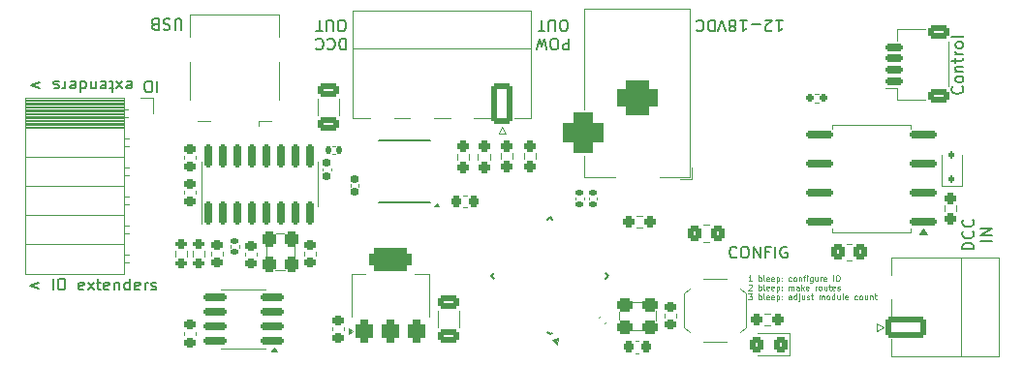
<source format=gbr>
%TF.GenerationSoftware,KiCad,Pcbnew,8.0.2*%
%TF.CreationDate,2024-12-30T14:19:07+01:00*%
%TF.ProjectId,MasterOfAccessories,4d617374-6572-44f6-9641-63636573736f,rev?*%
%TF.SameCoordinates,Original*%
%TF.FileFunction,Legend,Top*%
%TF.FilePolarity,Positive*%
%FSLAX46Y46*%
G04 Gerber Fmt 4.6, Leading zero omitted, Abs format (unit mm)*
G04 Created by KiCad (PCBNEW 8.0.2) date 2024-12-30 14:19:07*
%MOMM*%
%LPD*%
G01*
G04 APERTURE LIST*
G04 Aperture macros list*
%AMRoundRect*
0 Rectangle with rounded corners*
0 $1 Rounding radius*
0 $2 $3 $4 $5 $6 $7 $8 $9 X,Y pos of 4 corners*
0 Add a 4 corners polygon primitive as box body*
4,1,4,$2,$3,$4,$5,$6,$7,$8,$9,$2,$3,0*
0 Add four circle primitives for the rounded corners*
1,1,$1+$1,$2,$3*
1,1,$1+$1,$4,$5*
1,1,$1+$1,$6,$7*
1,1,$1+$1,$8,$9*
0 Add four rect primitives between the rounded corners*
20,1,$1+$1,$2,$3,$4,$5,0*
20,1,$1+$1,$4,$5,$6,$7,0*
20,1,$1+$1,$6,$7,$8,$9,0*
20,1,$1+$1,$8,$9,$2,$3,0*%
%AMRotRect*
0 Rectangle, with rotation*
0 The origin of the aperture is its center*
0 $1 length*
0 $2 width*
0 $3 Rotation angle, in degrees counterclockwise*
0 Add horizontal line*
21,1,$1,$2,0,0,$3*%
G04 Aperture macros list end*
%ADD10C,0.150000*%
%ADD11C,0.075000*%
%ADD12C,0.120000*%
%ADD13C,3.200000*%
%ADD14R,1.100000X1.800000*%
%ADD15RoundRect,0.237500X0.250000X0.237500X-0.250000X0.237500X-0.250000X-0.237500X0.250000X-0.237500X0*%
%ADD16RoundRect,0.250000X0.325000X0.450000X-0.325000X0.450000X-0.325000X-0.450000X0.325000X-0.450000X0*%
%ADD17RotRect,1.600000X0.550000X225.000000*%
%ADD18RotRect,1.600000X0.550000X135.000000*%
%ADD19RoundRect,0.300000X-0.300000X0.400000X-0.300000X-0.400000X0.300000X-0.400000X0.300000X0.400000X0*%
%ADD20RoundRect,0.155000X-0.155000X0.212500X-0.155000X-0.212500X0.155000X-0.212500X0.155000X0.212500X0*%
%ADD21RoundRect,0.237500X0.237500X-0.250000X0.237500X0.250000X-0.237500X0.250000X-0.237500X-0.250000X0*%
%ADD22RoundRect,0.150000X0.825000X0.150000X-0.825000X0.150000X-0.825000X-0.150000X0.825000X-0.150000X0*%
%ADD23RoundRect,0.140000X0.170000X-0.140000X0.170000X0.140000X-0.170000X0.140000X-0.170000X-0.140000X0*%
%ADD24RoundRect,0.875000X-0.875000X0.875000X-0.875000X-0.875000X0.875000X-0.875000X0.875000X0.875000X0*%
%ADD25RoundRect,0.750000X-1.000000X0.750000X-1.000000X-0.750000X1.000000X-0.750000X1.000000X0.750000X0*%
%ADD26R,3.500000X3.500000*%
%ADD27RoundRect,0.160000X-0.197500X-0.160000X0.197500X-0.160000X0.197500X0.160000X-0.197500X0.160000X0*%
%ADD28RoundRect,0.237500X-0.250000X-0.237500X0.250000X-0.237500X0.250000X0.237500X-0.250000X0.237500X0*%
%ADD29RoundRect,0.150000X0.150000X-0.825000X0.150000X0.825000X-0.150000X0.825000X-0.150000X-0.825000X0*%
%ADD30RoundRect,0.162500X1.012500X0.162500X-1.012500X0.162500X-1.012500X-0.162500X1.012500X-0.162500X0*%
%ADD31RoundRect,0.225000X-0.225000X-0.250000X0.225000X-0.250000X0.225000X0.250000X-0.225000X0.250000X0*%
%ADD32RoundRect,0.250000X0.650000X-0.325000X0.650000X0.325000X-0.650000X0.325000X-0.650000X-0.325000X0*%
%ADD33RoundRect,0.112500X0.112500X-0.187500X0.112500X0.187500X-0.112500X0.187500X-0.112500X-0.187500X0*%
%ADD34RoundRect,0.237500X-0.237500X0.250000X-0.237500X-0.250000X0.237500X-0.250000X0.237500X0.250000X0*%
%ADD35O,1.700000X1.700000*%
%ADD36R,1.700000X1.700000*%
%ADD37RoundRect,0.225000X0.250000X-0.225000X0.250000X0.225000X-0.250000X0.225000X-0.250000X-0.225000X0*%
%ADD38R,2.000000X1.700000*%
%ADD39R,0.500000X2.000000*%
%ADD40C,1.000000*%
%ADD41RoundRect,0.140000X0.140000X0.170000X-0.140000X0.170000X-0.140000X-0.170000X0.140000X-0.170000X0*%
%ADD42RoundRect,0.225000X-0.250000X0.225000X-0.250000X-0.225000X0.250000X-0.225000X0.250000X0.225000X0*%
%ADD43RoundRect,0.140000X-0.170000X0.140000X-0.170000X-0.140000X0.170000X-0.140000X0.170000X0.140000X0*%
%ADD44RoundRect,0.375000X0.375000X-0.625000X0.375000X0.625000X-0.375000X0.625000X-0.375000X-0.625000X0*%
%ADD45RoundRect,0.500000X1.400000X-0.500000X1.400000X0.500000X-1.400000X0.500000X-1.400000X-0.500000X0*%
%ADD46RoundRect,0.225000X0.225000X0.250000X-0.225000X0.250000X-0.225000X-0.250000X0.225000X-0.250000X0*%
%ADD47RoundRect,0.250000X0.350000X0.450000X-0.350000X0.450000X-0.350000X-0.450000X0.350000X-0.450000X0*%
%ADD48RoundRect,0.200000X-0.275000X0.200000X-0.275000X-0.200000X0.275000X-0.200000X0.275000X0.200000X0*%
%ADD49RoundRect,0.300000X-0.400000X-0.300000X0.400000X-0.300000X0.400000X0.300000X-0.400000X0.300000X0*%
%ADD50RoundRect,0.140000X-0.021213X0.219203X-0.219203X0.021213X0.021213X-0.219203X0.219203X-0.021213X0*%
%ADD51RoundRect,0.250000X0.650000X-0.350000X0.650000X0.350000X-0.650000X0.350000X-0.650000X-0.350000X0*%
%ADD52RoundRect,0.150000X0.625000X-0.150000X0.625000X0.150000X-0.625000X0.150000X-0.625000X-0.150000X0*%
%ADD53RoundRect,0.200000X0.275000X-0.200000X0.275000X0.200000X-0.275000X0.200000X-0.275000X-0.200000X0*%
%ADD54RoundRect,0.250000X0.650000X1.550000X-0.650000X1.550000X-0.650000X-1.550000X0.650000X-1.550000X0*%
%ADD55O,1.800000X3.600000*%
%ADD56R,3.400000X5.000000*%
%ADD57R,1.050000X0.450000*%
%ADD58RoundRect,0.250000X1.550000X-0.650000X1.550000X0.650000X-1.550000X0.650000X-1.550000X-0.650000X0*%
%ADD59O,3.600000X1.800000*%
G04 APERTURE END LIST*
D10*
X234696238Y-107343580D02*
X234648619Y-107391200D01*
X234648619Y-107391200D02*
X234505762Y-107438819D01*
X234505762Y-107438819D02*
X234410524Y-107438819D01*
X234410524Y-107438819D02*
X234267667Y-107391200D01*
X234267667Y-107391200D02*
X234172429Y-107295961D01*
X234172429Y-107295961D02*
X234124810Y-107200723D01*
X234124810Y-107200723D02*
X234077191Y-107010247D01*
X234077191Y-107010247D02*
X234077191Y-106867390D01*
X234077191Y-106867390D02*
X234124810Y-106676914D01*
X234124810Y-106676914D02*
X234172429Y-106581676D01*
X234172429Y-106581676D02*
X234267667Y-106486438D01*
X234267667Y-106486438D02*
X234410524Y-106438819D01*
X234410524Y-106438819D02*
X234505762Y-106438819D01*
X234505762Y-106438819D02*
X234648619Y-106486438D01*
X234648619Y-106486438D02*
X234696238Y-106534057D01*
X235315286Y-106438819D02*
X235505762Y-106438819D01*
X235505762Y-106438819D02*
X235601000Y-106486438D01*
X235601000Y-106486438D02*
X235696238Y-106581676D01*
X235696238Y-106581676D02*
X235743857Y-106772152D01*
X235743857Y-106772152D02*
X235743857Y-107105485D01*
X235743857Y-107105485D02*
X235696238Y-107295961D01*
X235696238Y-107295961D02*
X235601000Y-107391200D01*
X235601000Y-107391200D02*
X235505762Y-107438819D01*
X235505762Y-107438819D02*
X235315286Y-107438819D01*
X235315286Y-107438819D02*
X235220048Y-107391200D01*
X235220048Y-107391200D02*
X235124810Y-107295961D01*
X235124810Y-107295961D02*
X235077191Y-107105485D01*
X235077191Y-107105485D02*
X235077191Y-106772152D01*
X235077191Y-106772152D02*
X235124810Y-106581676D01*
X235124810Y-106581676D02*
X235220048Y-106486438D01*
X235220048Y-106486438D02*
X235315286Y-106438819D01*
X236172429Y-107438819D02*
X236172429Y-106438819D01*
X236172429Y-106438819D02*
X236743857Y-107438819D01*
X236743857Y-107438819D02*
X236743857Y-106438819D01*
X237553381Y-106915009D02*
X237220048Y-106915009D01*
X237220048Y-107438819D02*
X237220048Y-106438819D01*
X237220048Y-106438819D02*
X237696238Y-106438819D01*
X238077191Y-107438819D02*
X238077191Y-106438819D01*
X239077190Y-106486438D02*
X238981952Y-106438819D01*
X238981952Y-106438819D02*
X238839095Y-106438819D01*
X238839095Y-106438819D02*
X238696238Y-106486438D01*
X238696238Y-106486438D02*
X238601000Y-106581676D01*
X238601000Y-106581676D02*
X238553381Y-106676914D01*
X238553381Y-106676914D02*
X238505762Y-106867390D01*
X238505762Y-106867390D02*
X238505762Y-107010247D01*
X238505762Y-107010247D02*
X238553381Y-107200723D01*
X238553381Y-107200723D02*
X238601000Y-107295961D01*
X238601000Y-107295961D02*
X238696238Y-107391200D01*
X238696238Y-107391200D02*
X238839095Y-107438819D01*
X238839095Y-107438819D02*
X238934333Y-107438819D01*
X238934333Y-107438819D02*
X239077190Y-107391200D01*
X239077190Y-107391200D02*
X239124809Y-107343580D01*
X239124809Y-107343580D02*
X239124809Y-107010247D01*
X239124809Y-107010247D02*
X238934333Y-107010247D01*
D11*
X236015294Y-109449965D02*
X235729580Y-109449965D01*
X235872437Y-109449965D02*
X235872437Y-108949965D01*
X235872437Y-108949965D02*
X235824818Y-109021394D01*
X235824818Y-109021394D02*
X235777199Y-109069013D01*
X235777199Y-109069013D02*
X235729580Y-109092822D01*
X236610531Y-109449965D02*
X236610531Y-108949965D01*
X236610531Y-109140441D02*
X236658150Y-109116632D01*
X236658150Y-109116632D02*
X236753388Y-109116632D01*
X236753388Y-109116632D02*
X236801007Y-109140441D01*
X236801007Y-109140441D02*
X236824817Y-109164251D01*
X236824817Y-109164251D02*
X236848626Y-109211870D01*
X236848626Y-109211870D02*
X236848626Y-109354727D01*
X236848626Y-109354727D02*
X236824817Y-109402346D01*
X236824817Y-109402346D02*
X236801007Y-109426156D01*
X236801007Y-109426156D02*
X236753388Y-109449965D01*
X236753388Y-109449965D02*
X236658150Y-109449965D01*
X236658150Y-109449965D02*
X236610531Y-109426156D01*
X237134341Y-109449965D02*
X237086722Y-109426156D01*
X237086722Y-109426156D02*
X237062912Y-109378536D01*
X237062912Y-109378536D02*
X237062912Y-108949965D01*
X237515293Y-109426156D02*
X237467674Y-109449965D01*
X237467674Y-109449965D02*
X237372436Y-109449965D01*
X237372436Y-109449965D02*
X237324817Y-109426156D01*
X237324817Y-109426156D02*
X237301008Y-109378536D01*
X237301008Y-109378536D02*
X237301008Y-109188060D01*
X237301008Y-109188060D02*
X237324817Y-109140441D01*
X237324817Y-109140441D02*
X237372436Y-109116632D01*
X237372436Y-109116632D02*
X237467674Y-109116632D01*
X237467674Y-109116632D02*
X237515293Y-109140441D01*
X237515293Y-109140441D02*
X237539103Y-109188060D01*
X237539103Y-109188060D02*
X237539103Y-109235679D01*
X237539103Y-109235679D02*
X237301008Y-109283298D01*
X237943864Y-109426156D02*
X237896245Y-109449965D01*
X237896245Y-109449965D02*
X237801007Y-109449965D01*
X237801007Y-109449965D02*
X237753388Y-109426156D01*
X237753388Y-109426156D02*
X237729579Y-109378536D01*
X237729579Y-109378536D02*
X237729579Y-109188060D01*
X237729579Y-109188060D02*
X237753388Y-109140441D01*
X237753388Y-109140441D02*
X237801007Y-109116632D01*
X237801007Y-109116632D02*
X237896245Y-109116632D01*
X237896245Y-109116632D02*
X237943864Y-109140441D01*
X237943864Y-109140441D02*
X237967674Y-109188060D01*
X237967674Y-109188060D02*
X237967674Y-109235679D01*
X237967674Y-109235679D02*
X237729579Y-109283298D01*
X238181959Y-109116632D02*
X238181959Y-109616632D01*
X238181959Y-109140441D02*
X238229578Y-109116632D01*
X238229578Y-109116632D02*
X238324816Y-109116632D01*
X238324816Y-109116632D02*
X238372435Y-109140441D01*
X238372435Y-109140441D02*
X238396245Y-109164251D01*
X238396245Y-109164251D02*
X238420054Y-109211870D01*
X238420054Y-109211870D02*
X238420054Y-109354727D01*
X238420054Y-109354727D02*
X238396245Y-109402346D01*
X238396245Y-109402346D02*
X238372435Y-109426156D01*
X238372435Y-109426156D02*
X238324816Y-109449965D01*
X238324816Y-109449965D02*
X238229578Y-109449965D01*
X238229578Y-109449965D02*
X238181959Y-109426156D01*
X238634340Y-109402346D02*
X238658150Y-109426156D01*
X238658150Y-109426156D02*
X238634340Y-109449965D01*
X238634340Y-109449965D02*
X238610531Y-109426156D01*
X238610531Y-109426156D02*
X238634340Y-109402346D01*
X238634340Y-109402346D02*
X238634340Y-109449965D01*
X238634340Y-109140441D02*
X238658150Y-109164251D01*
X238658150Y-109164251D02*
X238634340Y-109188060D01*
X238634340Y-109188060D02*
X238610531Y-109164251D01*
X238610531Y-109164251D02*
X238634340Y-109140441D01*
X238634340Y-109140441D02*
X238634340Y-109188060D01*
X239467673Y-109426156D02*
X239420054Y-109449965D01*
X239420054Y-109449965D02*
X239324816Y-109449965D01*
X239324816Y-109449965D02*
X239277197Y-109426156D01*
X239277197Y-109426156D02*
X239253387Y-109402346D01*
X239253387Y-109402346D02*
X239229578Y-109354727D01*
X239229578Y-109354727D02*
X239229578Y-109211870D01*
X239229578Y-109211870D02*
X239253387Y-109164251D01*
X239253387Y-109164251D02*
X239277197Y-109140441D01*
X239277197Y-109140441D02*
X239324816Y-109116632D01*
X239324816Y-109116632D02*
X239420054Y-109116632D01*
X239420054Y-109116632D02*
X239467673Y-109140441D01*
X239753387Y-109449965D02*
X239705768Y-109426156D01*
X239705768Y-109426156D02*
X239681958Y-109402346D01*
X239681958Y-109402346D02*
X239658149Y-109354727D01*
X239658149Y-109354727D02*
X239658149Y-109211870D01*
X239658149Y-109211870D02*
X239681958Y-109164251D01*
X239681958Y-109164251D02*
X239705768Y-109140441D01*
X239705768Y-109140441D02*
X239753387Y-109116632D01*
X239753387Y-109116632D02*
X239824815Y-109116632D01*
X239824815Y-109116632D02*
X239872434Y-109140441D01*
X239872434Y-109140441D02*
X239896244Y-109164251D01*
X239896244Y-109164251D02*
X239920053Y-109211870D01*
X239920053Y-109211870D02*
X239920053Y-109354727D01*
X239920053Y-109354727D02*
X239896244Y-109402346D01*
X239896244Y-109402346D02*
X239872434Y-109426156D01*
X239872434Y-109426156D02*
X239824815Y-109449965D01*
X239824815Y-109449965D02*
X239753387Y-109449965D01*
X240134339Y-109116632D02*
X240134339Y-109449965D01*
X240134339Y-109164251D02*
X240158149Y-109140441D01*
X240158149Y-109140441D02*
X240205768Y-109116632D01*
X240205768Y-109116632D02*
X240277196Y-109116632D01*
X240277196Y-109116632D02*
X240324815Y-109140441D01*
X240324815Y-109140441D02*
X240348625Y-109188060D01*
X240348625Y-109188060D02*
X240348625Y-109449965D01*
X240515292Y-109116632D02*
X240705768Y-109116632D01*
X240586720Y-109449965D02*
X240586720Y-109021394D01*
X240586720Y-109021394D02*
X240610530Y-108973775D01*
X240610530Y-108973775D02*
X240658149Y-108949965D01*
X240658149Y-108949965D02*
X240705768Y-108949965D01*
X240872434Y-109449965D02*
X240872434Y-109116632D01*
X240872434Y-108949965D02*
X240848625Y-108973775D01*
X240848625Y-108973775D02*
X240872434Y-108997584D01*
X240872434Y-108997584D02*
X240896244Y-108973775D01*
X240896244Y-108973775D02*
X240872434Y-108949965D01*
X240872434Y-108949965D02*
X240872434Y-108997584D01*
X241324815Y-109116632D02*
X241324815Y-109521394D01*
X241324815Y-109521394D02*
X241301005Y-109569013D01*
X241301005Y-109569013D02*
X241277196Y-109592822D01*
X241277196Y-109592822D02*
X241229577Y-109616632D01*
X241229577Y-109616632D02*
X241158148Y-109616632D01*
X241158148Y-109616632D02*
X241110529Y-109592822D01*
X241324815Y-109426156D02*
X241277196Y-109449965D01*
X241277196Y-109449965D02*
X241181958Y-109449965D01*
X241181958Y-109449965D02*
X241134339Y-109426156D01*
X241134339Y-109426156D02*
X241110529Y-109402346D01*
X241110529Y-109402346D02*
X241086720Y-109354727D01*
X241086720Y-109354727D02*
X241086720Y-109211870D01*
X241086720Y-109211870D02*
X241110529Y-109164251D01*
X241110529Y-109164251D02*
X241134339Y-109140441D01*
X241134339Y-109140441D02*
X241181958Y-109116632D01*
X241181958Y-109116632D02*
X241277196Y-109116632D01*
X241277196Y-109116632D02*
X241324815Y-109140441D01*
X241777196Y-109116632D02*
X241777196Y-109449965D01*
X241562910Y-109116632D02*
X241562910Y-109378536D01*
X241562910Y-109378536D02*
X241586720Y-109426156D01*
X241586720Y-109426156D02*
X241634339Y-109449965D01*
X241634339Y-109449965D02*
X241705767Y-109449965D01*
X241705767Y-109449965D02*
X241753386Y-109426156D01*
X241753386Y-109426156D02*
X241777196Y-109402346D01*
X242015291Y-109449965D02*
X242015291Y-109116632D01*
X242015291Y-109211870D02*
X242039101Y-109164251D01*
X242039101Y-109164251D02*
X242062910Y-109140441D01*
X242062910Y-109140441D02*
X242110529Y-109116632D01*
X242110529Y-109116632D02*
X242158148Y-109116632D01*
X242515291Y-109426156D02*
X242467672Y-109449965D01*
X242467672Y-109449965D02*
X242372434Y-109449965D01*
X242372434Y-109449965D02*
X242324815Y-109426156D01*
X242324815Y-109426156D02*
X242301006Y-109378536D01*
X242301006Y-109378536D02*
X242301006Y-109188060D01*
X242301006Y-109188060D02*
X242324815Y-109140441D01*
X242324815Y-109140441D02*
X242372434Y-109116632D01*
X242372434Y-109116632D02*
X242467672Y-109116632D01*
X242467672Y-109116632D02*
X242515291Y-109140441D01*
X242515291Y-109140441D02*
X242539101Y-109188060D01*
X242539101Y-109188060D02*
X242539101Y-109235679D01*
X242539101Y-109235679D02*
X242301006Y-109283298D01*
X243134338Y-109449965D02*
X243134338Y-108949965D01*
X243467671Y-108949965D02*
X243562909Y-108949965D01*
X243562909Y-108949965D02*
X243610528Y-108973775D01*
X243610528Y-108973775D02*
X243658147Y-109021394D01*
X243658147Y-109021394D02*
X243681957Y-109116632D01*
X243681957Y-109116632D02*
X243681957Y-109283298D01*
X243681957Y-109283298D02*
X243658147Y-109378536D01*
X243658147Y-109378536D02*
X243610528Y-109426156D01*
X243610528Y-109426156D02*
X243562909Y-109449965D01*
X243562909Y-109449965D02*
X243467671Y-109449965D01*
X243467671Y-109449965D02*
X243420052Y-109426156D01*
X243420052Y-109426156D02*
X243372433Y-109378536D01*
X243372433Y-109378536D02*
X243348624Y-109283298D01*
X243348624Y-109283298D02*
X243348624Y-109116632D01*
X243348624Y-109116632D02*
X243372433Y-109021394D01*
X243372433Y-109021394D02*
X243420052Y-108973775D01*
X243420052Y-108973775D02*
X243467671Y-108949965D01*
X235729580Y-109802556D02*
X235753389Y-109778747D01*
X235753389Y-109778747D02*
X235801008Y-109754937D01*
X235801008Y-109754937D02*
X235920056Y-109754937D01*
X235920056Y-109754937D02*
X235967675Y-109778747D01*
X235967675Y-109778747D02*
X235991484Y-109802556D01*
X235991484Y-109802556D02*
X236015294Y-109850175D01*
X236015294Y-109850175D02*
X236015294Y-109897794D01*
X236015294Y-109897794D02*
X235991484Y-109969223D01*
X235991484Y-109969223D02*
X235705770Y-110254937D01*
X235705770Y-110254937D02*
X236015294Y-110254937D01*
X236610531Y-110254937D02*
X236610531Y-109754937D01*
X236610531Y-109945413D02*
X236658150Y-109921604D01*
X236658150Y-109921604D02*
X236753388Y-109921604D01*
X236753388Y-109921604D02*
X236801007Y-109945413D01*
X236801007Y-109945413D02*
X236824817Y-109969223D01*
X236824817Y-109969223D02*
X236848626Y-110016842D01*
X236848626Y-110016842D02*
X236848626Y-110159699D01*
X236848626Y-110159699D02*
X236824817Y-110207318D01*
X236824817Y-110207318D02*
X236801007Y-110231128D01*
X236801007Y-110231128D02*
X236753388Y-110254937D01*
X236753388Y-110254937D02*
X236658150Y-110254937D01*
X236658150Y-110254937D02*
X236610531Y-110231128D01*
X237134341Y-110254937D02*
X237086722Y-110231128D01*
X237086722Y-110231128D02*
X237062912Y-110183508D01*
X237062912Y-110183508D02*
X237062912Y-109754937D01*
X237515293Y-110231128D02*
X237467674Y-110254937D01*
X237467674Y-110254937D02*
X237372436Y-110254937D01*
X237372436Y-110254937D02*
X237324817Y-110231128D01*
X237324817Y-110231128D02*
X237301008Y-110183508D01*
X237301008Y-110183508D02*
X237301008Y-109993032D01*
X237301008Y-109993032D02*
X237324817Y-109945413D01*
X237324817Y-109945413D02*
X237372436Y-109921604D01*
X237372436Y-109921604D02*
X237467674Y-109921604D01*
X237467674Y-109921604D02*
X237515293Y-109945413D01*
X237515293Y-109945413D02*
X237539103Y-109993032D01*
X237539103Y-109993032D02*
X237539103Y-110040651D01*
X237539103Y-110040651D02*
X237301008Y-110088270D01*
X237943864Y-110231128D02*
X237896245Y-110254937D01*
X237896245Y-110254937D02*
X237801007Y-110254937D01*
X237801007Y-110254937D02*
X237753388Y-110231128D01*
X237753388Y-110231128D02*
X237729579Y-110183508D01*
X237729579Y-110183508D02*
X237729579Y-109993032D01*
X237729579Y-109993032D02*
X237753388Y-109945413D01*
X237753388Y-109945413D02*
X237801007Y-109921604D01*
X237801007Y-109921604D02*
X237896245Y-109921604D01*
X237896245Y-109921604D02*
X237943864Y-109945413D01*
X237943864Y-109945413D02*
X237967674Y-109993032D01*
X237967674Y-109993032D02*
X237967674Y-110040651D01*
X237967674Y-110040651D02*
X237729579Y-110088270D01*
X238181959Y-109921604D02*
X238181959Y-110421604D01*
X238181959Y-109945413D02*
X238229578Y-109921604D01*
X238229578Y-109921604D02*
X238324816Y-109921604D01*
X238324816Y-109921604D02*
X238372435Y-109945413D01*
X238372435Y-109945413D02*
X238396245Y-109969223D01*
X238396245Y-109969223D02*
X238420054Y-110016842D01*
X238420054Y-110016842D02*
X238420054Y-110159699D01*
X238420054Y-110159699D02*
X238396245Y-110207318D01*
X238396245Y-110207318D02*
X238372435Y-110231128D01*
X238372435Y-110231128D02*
X238324816Y-110254937D01*
X238324816Y-110254937D02*
X238229578Y-110254937D01*
X238229578Y-110254937D02*
X238181959Y-110231128D01*
X238634340Y-110207318D02*
X238658150Y-110231128D01*
X238658150Y-110231128D02*
X238634340Y-110254937D01*
X238634340Y-110254937D02*
X238610531Y-110231128D01*
X238610531Y-110231128D02*
X238634340Y-110207318D01*
X238634340Y-110207318D02*
X238634340Y-110254937D01*
X238634340Y-109945413D02*
X238658150Y-109969223D01*
X238658150Y-109969223D02*
X238634340Y-109993032D01*
X238634340Y-109993032D02*
X238610531Y-109969223D01*
X238610531Y-109969223D02*
X238634340Y-109945413D01*
X238634340Y-109945413D02*
X238634340Y-109993032D01*
X239253387Y-110254937D02*
X239253387Y-109921604D01*
X239253387Y-109969223D02*
X239277197Y-109945413D01*
X239277197Y-109945413D02*
X239324816Y-109921604D01*
X239324816Y-109921604D02*
X239396244Y-109921604D01*
X239396244Y-109921604D02*
X239443863Y-109945413D01*
X239443863Y-109945413D02*
X239467673Y-109993032D01*
X239467673Y-109993032D02*
X239467673Y-110254937D01*
X239467673Y-109993032D02*
X239491482Y-109945413D01*
X239491482Y-109945413D02*
X239539101Y-109921604D01*
X239539101Y-109921604D02*
X239610530Y-109921604D01*
X239610530Y-109921604D02*
X239658149Y-109945413D01*
X239658149Y-109945413D02*
X239681959Y-109993032D01*
X239681959Y-109993032D02*
X239681959Y-110254937D01*
X240134340Y-110254937D02*
X240134340Y-109993032D01*
X240134340Y-109993032D02*
X240110530Y-109945413D01*
X240110530Y-109945413D02*
X240062911Y-109921604D01*
X240062911Y-109921604D02*
X239967673Y-109921604D01*
X239967673Y-109921604D02*
X239920054Y-109945413D01*
X240134340Y-110231128D02*
X240086721Y-110254937D01*
X240086721Y-110254937D02*
X239967673Y-110254937D01*
X239967673Y-110254937D02*
X239920054Y-110231128D01*
X239920054Y-110231128D02*
X239896245Y-110183508D01*
X239896245Y-110183508D02*
X239896245Y-110135889D01*
X239896245Y-110135889D02*
X239920054Y-110088270D01*
X239920054Y-110088270D02*
X239967673Y-110064461D01*
X239967673Y-110064461D02*
X240086721Y-110064461D01*
X240086721Y-110064461D02*
X240134340Y-110040651D01*
X240372435Y-110254937D02*
X240372435Y-109754937D01*
X240420054Y-110064461D02*
X240562911Y-110254937D01*
X240562911Y-109921604D02*
X240372435Y-110112080D01*
X240967673Y-110231128D02*
X240920054Y-110254937D01*
X240920054Y-110254937D02*
X240824816Y-110254937D01*
X240824816Y-110254937D02*
X240777197Y-110231128D01*
X240777197Y-110231128D02*
X240753388Y-110183508D01*
X240753388Y-110183508D02*
X240753388Y-109993032D01*
X240753388Y-109993032D02*
X240777197Y-109945413D01*
X240777197Y-109945413D02*
X240824816Y-109921604D01*
X240824816Y-109921604D02*
X240920054Y-109921604D01*
X240920054Y-109921604D02*
X240967673Y-109945413D01*
X240967673Y-109945413D02*
X240991483Y-109993032D01*
X240991483Y-109993032D02*
X240991483Y-110040651D01*
X240991483Y-110040651D02*
X240753388Y-110088270D01*
X241586720Y-110254937D02*
X241586720Y-109921604D01*
X241586720Y-110016842D02*
X241610530Y-109969223D01*
X241610530Y-109969223D02*
X241634339Y-109945413D01*
X241634339Y-109945413D02*
X241681958Y-109921604D01*
X241681958Y-109921604D02*
X241729577Y-109921604D01*
X241967673Y-110254937D02*
X241920054Y-110231128D01*
X241920054Y-110231128D02*
X241896244Y-110207318D01*
X241896244Y-110207318D02*
X241872435Y-110159699D01*
X241872435Y-110159699D02*
X241872435Y-110016842D01*
X241872435Y-110016842D02*
X241896244Y-109969223D01*
X241896244Y-109969223D02*
X241920054Y-109945413D01*
X241920054Y-109945413D02*
X241967673Y-109921604D01*
X241967673Y-109921604D02*
X242039101Y-109921604D01*
X242039101Y-109921604D02*
X242086720Y-109945413D01*
X242086720Y-109945413D02*
X242110530Y-109969223D01*
X242110530Y-109969223D02*
X242134339Y-110016842D01*
X242134339Y-110016842D02*
X242134339Y-110159699D01*
X242134339Y-110159699D02*
X242110530Y-110207318D01*
X242110530Y-110207318D02*
X242086720Y-110231128D01*
X242086720Y-110231128D02*
X242039101Y-110254937D01*
X242039101Y-110254937D02*
X241967673Y-110254937D01*
X242562911Y-109921604D02*
X242562911Y-110254937D01*
X242348625Y-109921604D02*
X242348625Y-110183508D01*
X242348625Y-110183508D02*
X242372435Y-110231128D01*
X242372435Y-110231128D02*
X242420054Y-110254937D01*
X242420054Y-110254937D02*
X242491482Y-110254937D01*
X242491482Y-110254937D02*
X242539101Y-110231128D01*
X242539101Y-110231128D02*
X242562911Y-110207318D01*
X242729578Y-109921604D02*
X242920054Y-109921604D01*
X242801006Y-109754937D02*
X242801006Y-110183508D01*
X242801006Y-110183508D02*
X242824816Y-110231128D01*
X242824816Y-110231128D02*
X242872435Y-110254937D01*
X242872435Y-110254937D02*
X242920054Y-110254937D01*
X243277196Y-110231128D02*
X243229577Y-110254937D01*
X243229577Y-110254937D02*
X243134339Y-110254937D01*
X243134339Y-110254937D02*
X243086720Y-110231128D01*
X243086720Y-110231128D02*
X243062911Y-110183508D01*
X243062911Y-110183508D02*
X243062911Y-109993032D01*
X243062911Y-109993032D02*
X243086720Y-109945413D01*
X243086720Y-109945413D02*
X243134339Y-109921604D01*
X243134339Y-109921604D02*
X243229577Y-109921604D01*
X243229577Y-109921604D02*
X243277196Y-109945413D01*
X243277196Y-109945413D02*
X243301006Y-109993032D01*
X243301006Y-109993032D02*
X243301006Y-110040651D01*
X243301006Y-110040651D02*
X243062911Y-110088270D01*
X243491482Y-110231128D02*
X243539101Y-110254937D01*
X243539101Y-110254937D02*
X243634339Y-110254937D01*
X243634339Y-110254937D02*
X243681958Y-110231128D01*
X243681958Y-110231128D02*
X243705767Y-110183508D01*
X243705767Y-110183508D02*
X243705767Y-110159699D01*
X243705767Y-110159699D02*
X243681958Y-110112080D01*
X243681958Y-110112080D02*
X243634339Y-110088270D01*
X243634339Y-110088270D02*
X243562910Y-110088270D01*
X243562910Y-110088270D02*
X243515291Y-110064461D01*
X243515291Y-110064461D02*
X243491482Y-110016842D01*
X243491482Y-110016842D02*
X243491482Y-109993032D01*
X243491482Y-109993032D02*
X243515291Y-109945413D01*
X243515291Y-109945413D02*
X243562910Y-109921604D01*
X243562910Y-109921604D02*
X243634339Y-109921604D01*
X243634339Y-109921604D02*
X243681958Y-109945413D01*
X235705770Y-110559909D02*
X236015294Y-110559909D01*
X236015294Y-110559909D02*
X235848627Y-110750385D01*
X235848627Y-110750385D02*
X235920056Y-110750385D01*
X235920056Y-110750385D02*
X235967675Y-110774195D01*
X235967675Y-110774195D02*
X235991484Y-110798004D01*
X235991484Y-110798004D02*
X236015294Y-110845623D01*
X236015294Y-110845623D02*
X236015294Y-110964671D01*
X236015294Y-110964671D02*
X235991484Y-111012290D01*
X235991484Y-111012290D02*
X235967675Y-111036100D01*
X235967675Y-111036100D02*
X235920056Y-111059909D01*
X235920056Y-111059909D02*
X235777199Y-111059909D01*
X235777199Y-111059909D02*
X235729580Y-111036100D01*
X235729580Y-111036100D02*
X235705770Y-111012290D01*
X236610531Y-111059909D02*
X236610531Y-110559909D01*
X236610531Y-110750385D02*
X236658150Y-110726576D01*
X236658150Y-110726576D02*
X236753388Y-110726576D01*
X236753388Y-110726576D02*
X236801007Y-110750385D01*
X236801007Y-110750385D02*
X236824817Y-110774195D01*
X236824817Y-110774195D02*
X236848626Y-110821814D01*
X236848626Y-110821814D02*
X236848626Y-110964671D01*
X236848626Y-110964671D02*
X236824817Y-111012290D01*
X236824817Y-111012290D02*
X236801007Y-111036100D01*
X236801007Y-111036100D02*
X236753388Y-111059909D01*
X236753388Y-111059909D02*
X236658150Y-111059909D01*
X236658150Y-111059909D02*
X236610531Y-111036100D01*
X237134341Y-111059909D02*
X237086722Y-111036100D01*
X237086722Y-111036100D02*
X237062912Y-110988480D01*
X237062912Y-110988480D02*
X237062912Y-110559909D01*
X237515293Y-111036100D02*
X237467674Y-111059909D01*
X237467674Y-111059909D02*
X237372436Y-111059909D01*
X237372436Y-111059909D02*
X237324817Y-111036100D01*
X237324817Y-111036100D02*
X237301008Y-110988480D01*
X237301008Y-110988480D02*
X237301008Y-110798004D01*
X237301008Y-110798004D02*
X237324817Y-110750385D01*
X237324817Y-110750385D02*
X237372436Y-110726576D01*
X237372436Y-110726576D02*
X237467674Y-110726576D01*
X237467674Y-110726576D02*
X237515293Y-110750385D01*
X237515293Y-110750385D02*
X237539103Y-110798004D01*
X237539103Y-110798004D02*
X237539103Y-110845623D01*
X237539103Y-110845623D02*
X237301008Y-110893242D01*
X237943864Y-111036100D02*
X237896245Y-111059909D01*
X237896245Y-111059909D02*
X237801007Y-111059909D01*
X237801007Y-111059909D02*
X237753388Y-111036100D01*
X237753388Y-111036100D02*
X237729579Y-110988480D01*
X237729579Y-110988480D02*
X237729579Y-110798004D01*
X237729579Y-110798004D02*
X237753388Y-110750385D01*
X237753388Y-110750385D02*
X237801007Y-110726576D01*
X237801007Y-110726576D02*
X237896245Y-110726576D01*
X237896245Y-110726576D02*
X237943864Y-110750385D01*
X237943864Y-110750385D02*
X237967674Y-110798004D01*
X237967674Y-110798004D02*
X237967674Y-110845623D01*
X237967674Y-110845623D02*
X237729579Y-110893242D01*
X238181959Y-110726576D02*
X238181959Y-111226576D01*
X238181959Y-110750385D02*
X238229578Y-110726576D01*
X238229578Y-110726576D02*
X238324816Y-110726576D01*
X238324816Y-110726576D02*
X238372435Y-110750385D01*
X238372435Y-110750385D02*
X238396245Y-110774195D01*
X238396245Y-110774195D02*
X238420054Y-110821814D01*
X238420054Y-110821814D02*
X238420054Y-110964671D01*
X238420054Y-110964671D02*
X238396245Y-111012290D01*
X238396245Y-111012290D02*
X238372435Y-111036100D01*
X238372435Y-111036100D02*
X238324816Y-111059909D01*
X238324816Y-111059909D02*
X238229578Y-111059909D01*
X238229578Y-111059909D02*
X238181959Y-111036100D01*
X238634340Y-111012290D02*
X238658150Y-111036100D01*
X238658150Y-111036100D02*
X238634340Y-111059909D01*
X238634340Y-111059909D02*
X238610531Y-111036100D01*
X238610531Y-111036100D02*
X238634340Y-111012290D01*
X238634340Y-111012290D02*
X238634340Y-111059909D01*
X238634340Y-110750385D02*
X238658150Y-110774195D01*
X238658150Y-110774195D02*
X238634340Y-110798004D01*
X238634340Y-110798004D02*
X238610531Y-110774195D01*
X238610531Y-110774195D02*
X238634340Y-110750385D01*
X238634340Y-110750385D02*
X238634340Y-110798004D01*
X239467673Y-111059909D02*
X239467673Y-110798004D01*
X239467673Y-110798004D02*
X239443863Y-110750385D01*
X239443863Y-110750385D02*
X239396244Y-110726576D01*
X239396244Y-110726576D02*
X239301006Y-110726576D01*
X239301006Y-110726576D02*
X239253387Y-110750385D01*
X239467673Y-111036100D02*
X239420054Y-111059909D01*
X239420054Y-111059909D02*
X239301006Y-111059909D01*
X239301006Y-111059909D02*
X239253387Y-111036100D01*
X239253387Y-111036100D02*
X239229578Y-110988480D01*
X239229578Y-110988480D02*
X239229578Y-110940861D01*
X239229578Y-110940861D02*
X239253387Y-110893242D01*
X239253387Y-110893242D02*
X239301006Y-110869433D01*
X239301006Y-110869433D02*
X239420054Y-110869433D01*
X239420054Y-110869433D02*
X239467673Y-110845623D01*
X239920054Y-111059909D02*
X239920054Y-110559909D01*
X239920054Y-111036100D02*
X239872435Y-111059909D01*
X239872435Y-111059909D02*
X239777197Y-111059909D01*
X239777197Y-111059909D02*
X239729578Y-111036100D01*
X239729578Y-111036100D02*
X239705768Y-111012290D01*
X239705768Y-111012290D02*
X239681959Y-110964671D01*
X239681959Y-110964671D02*
X239681959Y-110821814D01*
X239681959Y-110821814D02*
X239705768Y-110774195D01*
X239705768Y-110774195D02*
X239729578Y-110750385D01*
X239729578Y-110750385D02*
X239777197Y-110726576D01*
X239777197Y-110726576D02*
X239872435Y-110726576D01*
X239872435Y-110726576D02*
X239920054Y-110750385D01*
X240158149Y-110726576D02*
X240158149Y-111155147D01*
X240158149Y-111155147D02*
X240134340Y-111202766D01*
X240134340Y-111202766D02*
X240086721Y-111226576D01*
X240086721Y-111226576D02*
X240062911Y-111226576D01*
X240158149Y-110559909D02*
X240134340Y-110583719D01*
X240134340Y-110583719D02*
X240158149Y-110607528D01*
X240158149Y-110607528D02*
X240181959Y-110583719D01*
X240181959Y-110583719D02*
X240158149Y-110559909D01*
X240158149Y-110559909D02*
X240158149Y-110607528D01*
X240610530Y-110726576D02*
X240610530Y-111059909D01*
X240396244Y-110726576D02*
X240396244Y-110988480D01*
X240396244Y-110988480D02*
X240420054Y-111036100D01*
X240420054Y-111036100D02*
X240467673Y-111059909D01*
X240467673Y-111059909D02*
X240539101Y-111059909D01*
X240539101Y-111059909D02*
X240586720Y-111036100D01*
X240586720Y-111036100D02*
X240610530Y-111012290D01*
X240824816Y-111036100D02*
X240872435Y-111059909D01*
X240872435Y-111059909D02*
X240967673Y-111059909D01*
X240967673Y-111059909D02*
X241015292Y-111036100D01*
X241015292Y-111036100D02*
X241039101Y-110988480D01*
X241039101Y-110988480D02*
X241039101Y-110964671D01*
X241039101Y-110964671D02*
X241015292Y-110917052D01*
X241015292Y-110917052D02*
X240967673Y-110893242D01*
X240967673Y-110893242D02*
X240896244Y-110893242D01*
X240896244Y-110893242D02*
X240848625Y-110869433D01*
X240848625Y-110869433D02*
X240824816Y-110821814D01*
X240824816Y-110821814D02*
X240824816Y-110798004D01*
X240824816Y-110798004D02*
X240848625Y-110750385D01*
X240848625Y-110750385D02*
X240896244Y-110726576D01*
X240896244Y-110726576D02*
X240967673Y-110726576D01*
X240967673Y-110726576D02*
X241015292Y-110750385D01*
X241181959Y-110726576D02*
X241372435Y-110726576D01*
X241253387Y-110559909D02*
X241253387Y-110988480D01*
X241253387Y-110988480D02*
X241277197Y-111036100D01*
X241277197Y-111036100D02*
X241324816Y-111059909D01*
X241324816Y-111059909D02*
X241372435Y-111059909D01*
X241920053Y-111059909D02*
X241920053Y-110726576D01*
X241920053Y-110774195D02*
X241943863Y-110750385D01*
X241943863Y-110750385D02*
X241991482Y-110726576D01*
X241991482Y-110726576D02*
X242062910Y-110726576D01*
X242062910Y-110726576D02*
X242110529Y-110750385D01*
X242110529Y-110750385D02*
X242134339Y-110798004D01*
X242134339Y-110798004D02*
X242134339Y-111059909D01*
X242134339Y-110798004D02*
X242158148Y-110750385D01*
X242158148Y-110750385D02*
X242205767Y-110726576D01*
X242205767Y-110726576D02*
X242277196Y-110726576D01*
X242277196Y-110726576D02*
X242324815Y-110750385D01*
X242324815Y-110750385D02*
X242348625Y-110798004D01*
X242348625Y-110798004D02*
X242348625Y-111059909D01*
X242658149Y-111059909D02*
X242610530Y-111036100D01*
X242610530Y-111036100D02*
X242586720Y-111012290D01*
X242586720Y-111012290D02*
X242562911Y-110964671D01*
X242562911Y-110964671D02*
X242562911Y-110821814D01*
X242562911Y-110821814D02*
X242586720Y-110774195D01*
X242586720Y-110774195D02*
X242610530Y-110750385D01*
X242610530Y-110750385D02*
X242658149Y-110726576D01*
X242658149Y-110726576D02*
X242729577Y-110726576D01*
X242729577Y-110726576D02*
X242777196Y-110750385D01*
X242777196Y-110750385D02*
X242801006Y-110774195D01*
X242801006Y-110774195D02*
X242824815Y-110821814D01*
X242824815Y-110821814D02*
X242824815Y-110964671D01*
X242824815Y-110964671D02*
X242801006Y-111012290D01*
X242801006Y-111012290D02*
X242777196Y-111036100D01*
X242777196Y-111036100D02*
X242729577Y-111059909D01*
X242729577Y-111059909D02*
X242658149Y-111059909D01*
X243253387Y-111059909D02*
X243253387Y-110559909D01*
X243253387Y-111036100D02*
X243205768Y-111059909D01*
X243205768Y-111059909D02*
X243110530Y-111059909D01*
X243110530Y-111059909D02*
X243062911Y-111036100D01*
X243062911Y-111036100D02*
X243039101Y-111012290D01*
X243039101Y-111012290D02*
X243015292Y-110964671D01*
X243015292Y-110964671D02*
X243015292Y-110821814D01*
X243015292Y-110821814D02*
X243039101Y-110774195D01*
X243039101Y-110774195D02*
X243062911Y-110750385D01*
X243062911Y-110750385D02*
X243110530Y-110726576D01*
X243110530Y-110726576D02*
X243205768Y-110726576D01*
X243205768Y-110726576D02*
X243253387Y-110750385D01*
X243705768Y-110726576D02*
X243705768Y-111059909D01*
X243491482Y-110726576D02*
X243491482Y-110988480D01*
X243491482Y-110988480D02*
X243515292Y-111036100D01*
X243515292Y-111036100D02*
X243562911Y-111059909D01*
X243562911Y-111059909D02*
X243634339Y-111059909D01*
X243634339Y-111059909D02*
X243681958Y-111036100D01*
X243681958Y-111036100D02*
X243705768Y-111012290D01*
X244015292Y-111059909D02*
X243967673Y-111036100D01*
X243967673Y-111036100D02*
X243943863Y-110988480D01*
X243943863Y-110988480D02*
X243943863Y-110559909D01*
X244396244Y-111036100D02*
X244348625Y-111059909D01*
X244348625Y-111059909D02*
X244253387Y-111059909D01*
X244253387Y-111059909D02*
X244205768Y-111036100D01*
X244205768Y-111036100D02*
X244181959Y-110988480D01*
X244181959Y-110988480D02*
X244181959Y-110798004D01*
X244181959Y-110798004D02*
X244205768Y-110750385D01*
X244205768Y-110750385D02*
X244253387Y-110726576D01*
X244253387Y-110726576D02*
X244348625Y-110726576D01*
X244348625Y-110726576D02*
X244396244Y-110750385D01*
X244396244Y-110750385D02*
X244420054Y-110798004D01*
X244420054Y-110798004D02*
X244420054Y-110845623D01*
X244420054Y-110845623D02*
X244181959Y-110893242D01*
X245229577Y-111036100D02*
X245181958Y-111059909D01*
X245181958Y-111059909D02*
X245086720Y-111059909D01*
X245086720Y-111059909D02*
X245039101Y-111036100D01*
X245039101Y-111036100D02*
X245015291Y-111012290D01*
X245015291Y-111012290D02*
X244991482Y-110964671D01*
X244991482Y-110964671D02*
X244991482Y-110821814D01*
X244991482Y-110821814D02*
X245015291Y-110774195D01*
X245015291Y-110774195D02*
X245039101Y-110750385D01*
X245039101Y-110750385D02*
X245086720Y-110726576D01*
X245086720Y-110726576D02*
X245181958Y-110726576D01*
X245181958Y-110726576D02*
X245229577Y-110750385D01*
X245515291Y-111059909D02*
X245467672Y-111036100D01*
X245467672Y-111036100D02*
X245443862Y-111012290D01*
X245443862Y-111012290D02*
X245420053Y-110964671D01*
X245420053Y-110964671D02*
X245420053Y-110821814D01*
X245420053Y-110821814D02*
X245443862Y-110774195D01*
X245443862Y-110774195D02*
X245467672Y-110750385D01*
X245467672Y-110750385D02*
X245515291Y-110726576D01*
X245515291Y-110726576D02*
X245586719Y-110726576D01*
X245586719Y-110726576D02*
X245634338Y-110750385D01*
X245634338Y-110750385D02*
X245658148Y-110774195D01*
X245658148Y-110774195D02*
X245681957Y-110821814D01*
X245681957Y-110821814D02*
X245681957Y-110964671D01*
X245681957Y-110964671D02*
X245658148Y-111012290D01*
X245658148Y-111012290D02*
X245634338Y-111036100D01*
X245634338Y-111036100D02*
X245586719Y-111059909D01*
X245586719Y-111059909D02*
X245515291Y-111059909D01*
X246110529Y-110726576D02*
X246110529Y-111059909D01*
X245896243Y-110726576D02*
X245896243Y-110988480D01*
X245896243Y-110988480D02*
X245920053Y-111036100D01*
X245920053Y-111036100D02*
X245967672Y-111059909D01*
X245967672Y-111059909D02*
X246039100Y-111059909D01*
X246039100Y-111059909D02*
X246086719Y-111036100D01*
X246086719Y-111036100D02*
X246110529Y-111012290D01*
X246348624Y-110726576D02*
X246348624Y-111059909D01*
X246348624Y-110774195D02*
X246372434Y-110750385D01*
X246372434Y-110750385D02*
X246420053Y-110726576D01*
X246420053Y-110726576D02*
X246491481Y-110726576D01*
X246491481Y-110726576D02*
X246539100Y-110750385D01*
X246539100Y-110750385D02*
X246562910Y-110798004D01*
X246562910Y-110798004D02*
X246562910Y-111059909D01*
X246729577Y-110726576D02*
X246920053Y-110726576D01*
X246801005Y-110559909D02*
X246801005Y-110988480D01*
X246801005Y-110988480D02*
X246824815Y-111036100D01*
X246824815Y-111036100D02*
X246872434Y-111059909D01*
X246872434Y-111059909D02*
X246920053Y-111059909D01*
D10*
X255417875Y-106671904D02*
X254417875Y-106671904D01*
X254417875Y-106671904D02*
X254417875Y-106433809D01*
X254417875Y-106433809D02*
X254465494Y-106290952D01*
X254465494Y-106290952D02*
X254560732Y-106195714D01*
X254560732Y-106195714D02*
X254655970Y-106148095D01*
X254655970Y-106148095D02*
X254846446Y-106100476D01*
X254846446Y-106100476D02*
X254989303Y-106100476D01*
X254989303Y-106100476D02*
X255179779Y-106148095D01*
X255179779Y-106148095D02*
X255275017Y-106195714D01*
X255275017Y-106195714D02*
X255370256Y-106290952D01*
X255370256Y-106290952D02*
X255417875Y-106433809D01*
X255417875Y-106433809D02*
X255417875Y-106671904D01*
X255322636Y-105100476D02*
X255370256Y-105148095D01*
X255370256Y-105148095D02*
X255417875Y-105290952D01*
X255417875Y-105290952D02*
X255417875Y-105386190D01*
X255417875Y-105386190D02*
X255370256Y-105529047D01*
X255370256Y-105529047D02*
X255275017Y-105624285D01*
X255275017Y-105624285D02*
X255179779Y-105671904D01*
X255179779Y-105671904D02*
X254989303Y-105719523D01*
X254989303Y-105719523D02*
X254846446Y-105719523D01*
X254846446Y-105719523D02*
X254655970Y-105671904D01*
X254655970Y-105671904D02*
X254560732Y-105624285D01*
X254560732Y-105624285D02*
X254465494Y-105529047D01*
X254465494Y-105529047D02*
X254417875Y-105386190D01*
X254417875Y-105386190D02*
X254417875Y-105290952D01*
X254417875Y-105290952D02*
X254465494Y-105148095D01*
X254465494Y-105148095D02*
X254513113Y-105100476D01*
X255322636Y-104100476D02*
X255370256Y-104148095D01*
X255370256Y-104148095D02*
X255417875Y-104290952D01*
X255417875Y-104290952D02*
X255417875Y-104386190D01*
X255417875Y-104386190D02*
X255370256Y-104529047D01*
X255370256Y-104529047D02*
X255275017Y-104624285D01*
X255275017Y-104624285D02*
X255179779Y-104671904D01*
X255179779Y-104671904D02*
X254989303Y-104719523D01*
X254989303Y-104719523D02*
X254846446Y-104719523D01*
X254846446Y-104719523D02*
X254655970Y-104671904D01*
X254655970Y-104671904D02*
X254560732Y-104624285D01*
X254560732Y-104624285D02*
X254465494Y-104529047D01*
X254465494Y-104529047D02*
X254417875Y-104386190D01*
X254417875Y-104386190D02*
X254417875Y-104290952D01*
X254417875Y-104290952D02*
X254465494Y-104148095D01*
X254465494Y-104148095D02*
X254513113Y-104100476D01*
X257027819Y-105933808D02*
X256027819Y-105933808D01*
X257027819Y-105457618D02*
X256027819Y-105457618D01*
X256027819Y-105457618D02*
X257027819Y-104886190D01*
X257027819Y-104886190D02*
X256027819Y-104886190D01*
X184062000Y-91951180D02*
X184062000Y-92951180D01*
X183395334Y-92951180D02*
X183204858Y-92951180D01*
X183204858Y-92951180D02*
X183109620Y-92903561D01*
X183109620Y-92903561D02*
X183014382Y-92808323D01*
X183014382Y-92808323D02*
X182966763Y-92617847D01*
X182966763Y-92617847D02*
X182966763Y-92284514D01*
X182966763Y-92284514D02*
X183014382Y-92094038D01*
X183014382Y-92094038D02*
X183109620Y-91998800D01*
X183109620Y-91998800D02*
X183204858Y-91951180D01*
X183204858Y-91951180D02*
X183395334Y-91951180D01*
X183395334Y-91951180D02*
X183490572Y-91998800D01*
X183490572Y-91998800D02*
X183585810Y-92094038D01*
X183585810Y-92094038D02*
X183633429Y-92284514D01*
X183633429Y-92284514D02*
X183633429Y-92617847D01*
X183633429Y-92617847D02*
X183585810Y-92808323D01*
X183585810Y-92808323D02*
X183490572Y-92903561D01*
X183490572Y-92903561D02*
X183395334Y-92951180D01*
X181395334Y-91998800D02*
X181490572Y-91951180D01*
X181490572Y-91951180D02*
X181681048Y-91951180D01*
X181681048Y-91951180D02*
X181776286Y-91998800D01*
X181776286Y-91998800D02*
X181823905Y-92094038D01*
X181823905Y-92094038D02*
X181823905Y-92474990D01*
X181823905Y-92474990D02*
X181776286Y-92570228D01*
X181776286Y-92570228D02*
X181681048Y-92617847D01*
X181681048Y-92617847D02*
X181490572Y-92617847D01*
X181490572Y-92617847D02*
X181395334Y-92570228D01*
X181395334Y-92570228D02*
X181347715Y-92474990D01*
X181347715Y-92474990D02*
X181347715Y-92379752D01*
X181347715Y-92379752D02*
X181823905Y-92284514D01*
X181014381Y-91951180D02*
X180490572Y-92617847D01*
X181014381Y-92617847D02*
X180490572Y-91951180D01*
X180252476Y-92617847D02*
X179871524Y-92617847D01*
X180109619Y-92951180D02*
X180109619Y-92094038D01*
X180109619Y-92094038D02*
X180062000Y-91998800D01*
X180062000Y-91998800D02*
X179966762Y-91951180D01*
X179966762Y-91951180D02*
X179871524Y-91951180D01*
X179157238Y-91998800D02*
X179252476Y-91951180D01*
X179252476Y-91951180D02*
X179442952Y-91951180D01*
X179442952Y-91951180D02*
X179538190Y-91998800D01*
X179538190Y-91998800D02*
X179585809Y-92094038D01*
X179585809Y-92094038D02*
X179585809Y-92474990D01*
X179585809Y-92474990D02*
X179538190Y-92570228D01*
X179538190Y-92570228D02*
X179442952Y-92617847D01*
X179442952Y-92617847D02*
X179252476Y-92617847D01*
X179252476Y-92617847D02*
X179157238Y-92570228D01*
X179157238Y-92570228D02*
X179109619Y-92474990D01*
X179109619Y-92474990D02*
X179109619Y-92379752D01*
X179109619Y-92379752D02*
X179585809Y-92284514D01*
X178681047Y-92617847D02*
X178681047Y-91951180D01*
X178681047Y-92522609D02*
X178633428Y-92570228D01*
X178633428Y-92570228D02*
X178538190Y-92617847D01*
X178538190Y-92617847D02*
X178395333Y-92617847D01*
X178395333Y-92617847D02*
X178300095Y-92570228D01*
X178300095Y-92570228D02*
X178252476Y-92474990D01*
X178252476Y-92474990D02*
X178252476Y-91951180D01*
X177347714Y-91951180D02*
X177347714Y-92951180D01*
X177347714Y-91998800D02*
X177442952Y-91951180D01*
X177442952Y-91951180D02*
X177633428Y-91951180D01*
X177633428Y-91951180D02*
X177728666Y-91998800D01*
X177728666Y-91998800D02*
X177776285Y-92046419D01*
X177776285Y-92046419D02*
X177823904Y-92141657D01*
X177823904Y-92141657D02*
X177823904Y-92427371D01*
X177823904Y-92427371D02*
X177776285Y-92522609D01*
X177776285Y-92522609D02*
X177728666Y-92570228D01*
X177728666Y-92570228D02*
X177633428Y-92617847D01*
X177633428Y-92617847D02*
X177442952Y-92617847D01*
X177442952Y-92617847D02*
X177347714Y-92570228D01*
X176490571Y-91998800D02*
X176585809Y-91951180D01*
X176585809Y-91951180D02*
X176776285Y-91951180D01*
X176776285Y-91951180D02*
X176871523Y-91998800D01*
X176871523Y-91998800D02*
X176919142Y-92094038D01*
X176919142Y-92094038D02*
X176919142Y-92474990D01*
X176919142Y-92474990D02*
X176871523Y-92570228D01*
X176871523Y-92570228D02*
X176776285Y-92617847D01*
X176776285Y-92617847D02*
X176585809Y-92617847D01*
X176585809Y-92617847D02*
X176490571Y-92570228D01*
X176490571Y-92570228D02*
X176442952Y-92474990D01*
X176442952Y-92474990D02*
X176442952Y-92379752D01*
X176442952Y-92379752D02*
X176919142Y-92284514D01*
X176014380Y-91951180D02*
X176014380Y-92617847D01*
X176014380Y-92427371D02*
X175966761Y-92522609D01*
X175966761Y-92522609D02*
X175919142Y-92570228D01*
X175919142Y-92570228D02*
X175823904Y-92617847D01*
X175823904Y-92617847D02*
X175728666Y-92617847D01*
X175442951Y-91998800D02*
X175347713Y-91951180D01*
X175347713Y-91951180D02*
X175157237Y-91951180D01*
X175157237Y-91951180D02*
X175061999Y-91998800D01*
X175061999Y-91998800D02*
X175014380Y-92094038D01*
X175014380Y-92094038D02*
X175014380Y-92141657D01*
X175014380Y-92141657D02*
X175061999Y-92236895D01*
X175061999Y-92236895D02*
X175157237Y-92284514D01*
X175157237Y-92284514D02*
X175300094Y-92284514D01*
X175300094Y-92284514D02*
X175395332Y-92332133D01*
X175395332Y-92332133D02*
X175442951Y-92427371D01*
X175442951Y-92427371D02*
X175442951Y-92474990D01*
X175442951Y-92474990D02*
X175395332Y-92570228D01*
X175395332Y-92570228D02*
X175300094Y-92617847D01*
X175300094Y-92617847D02*
X175157237Y-92617847D01*
X175157237Y-92617847D02*
X175061999Y-92570228D01*
X173823903Y-92617847D02*
X173061999Y-92332133D01*
X173061999Y-92332133D02*
X173823903Y-92046419D01*
X186173904Y-87490180D02*
X186173904Y-86680657D01*
X186173904Y-86680657D02*
X186126285Y-86585419D01*
X186126285Y-86585419D02*
X186078666Y-86537800D01*
X186078666Y-86537800D02*
X185983428Y-86490180D01*
X185983428Y-86490180D02*
X185792952Y-86490180D01*
X185792952Y-86490180D02*
X185697714Y-86537800D01*
X185697714Y-86537800D02*
X185650095Y-86585419D01*
X185650095Y-86585419D02*
X185602476Y-86680657D01*
X185602476Y-86680657D02*
X185602476Y-87490180D01*
X185173904Y-86537800D02*
X185031047Y-86490180D01*
X185031047Y-86490180D02*
X184792952Y-86490180D01*
X184792952Y-86490180D02*
X184697714Y-86537800D01*
X184697714Y-86537800D02*
X184650095Y-86585419D01*
X184650095Y-86585419D02*
X184602476Y-86680657D01*
X184602476Y-86680657D02*
X184602476Y-86775895D01*
X184602476Y-86775895D02*
X184650095Y-86871133D01*
X184650095Y-86871133D02*
X184697714Y-86918752D01*
X184697714Y-86918752D02*
X184792952Y-86966371D01*
X184792952Y-86966371D02*
X184983428Y-87013990D01*
X184983428Y-87013990D02*
X185078666Y-87061609D01*
X185078666Y-87061609D02*
X185126285Y-87109228D01*
X185126285Y-87109228D02*
X185173904Y-87204466D01*
X185173904Y-87204466D02*
X185173904Y-87299704D01*
X185173904Y-87299704D02*
X185126285Y-87394942D01*
X185126285Y-87394942D02*
X185078666Y-87442561D01*
X185078666Y-87442561D02*
X184983428Y-87490180D01*
X184983428Y-87490180D02*
X184745333Y-87490180D01*
X184745333Y-87490180D02*
X184602476Y-87442561D01*
X183840571Y-87013990D02*
X183697714Y-86966371D01*
X183697714Y-86966371D02*
X183650095Y-86918752D01*
X183650095Y-86918752D02*
X183602476Y-86823514D01*
X183602476Y-86823514D02*
X183602476Y-86680657D01*
X183602476Y-86680657D02*
X183650095Y-86585419D01*
X183650095Y-86585419D02*
X183697714Y-86537800D01*
X183697714Y-86537800D02*
X183792952Y-86490180D01*
X183792952Y-86490180D02*
X184173904Y-86490180D01*
X184173904Y-86490180D02*
X184173904Y-87490180D01*
X184173904Y-87490180D02*
X183840571Y-87490180D01*
X183840571Y-87490180D02*
X183745333Y-87442561D01*
X183745333Y-87442561D02*
X183697714Y-87394942D01*
X183697714Y-87394942D02*
X183650095Y-87299704D01*
X183650095Y-87299704D02*
X183650095Y-87204466D01*
X183650095Y-87204466D02*
X183697714Y-87109228D01*
X183697714Y-87109228D02*
X183745333Y-87061609D01*
X183745333Y-87061609D02*
X183840571Y-87013990D01*
X183840571Y-87013990D02*
X184173904Y-87013990D01*
X238140476Y-86617180D02*
X238711904Y-86617180D01*
X238426190Y-86617180D02*
X238426190Y-87617180D01*
X238426190Y-87617180D02*
X238521428Y-87474323D01*
X238521428Y-87474323D02*
X238616666Y-87379085D01*
X238616666Y-87379085D02*
X238711904Y-87331466D01*
X237759523Y-87521942D02*
X237711904Y-87569561D01*
X237711904Y-87569561D02*
X237616666Y-87617180D01*
X237616666Y-87617180D02*
X237378571Y-87617180D01*
X237378571Y-87617180D02*
X237283333Y-87569561D01*
X237283333Y-87569561D02*
X237235714Y-87521942D01*
X237235714Y-87521942D02*
X237188095Y-87426704D01*
X237188095Y-87426704D02*
X237188095Y-87331466D01*
X237188095Y-87331466D02*
X237235714Y-87188609D01*
X237235714Y-87188609D02*
X237807142Y-86617180D01*
X237807142Y-86617180D02*
X237188095Y-86617180D01*
X236759523Y-86998133D02*
X235997619Y-86998133D01*
X234997619Y-86617180D02*
X235569047Y-86617180D01*
X235283333Y-86617180D02*
X235283333Y-87617180D01*
X235283333Y-87617180D02*
X235378571Y-87474323D01*
X235378571Y-87474323D02*
X235473809Y-87379085D01*
X235473809Y-87379085D02*
X235569047Y-87331466D01*
X234426190Y-87188609D02*
X234521428Y-87236228D01*
X234521428Y-87236228D02*
X234569047Y-87283847D01*
X234569047Y-87283847D02*
X234616666Y-87379085D01*
X234616666Y-87379085D02*
X234616666Y-87426704D01*
X234616666Y-87426704D02*
X234569047Y-87521942D01*
X234569047Y-87521942D02*
X234521428Y-87569561D01*
X234521428Y-87569561D02*
X234426190Y-87617180D01*
X234426190Y-87617180D02*
X234235714Y-87617180D01*
X234235714Y-87617180D02*
X234140476Y-87569561D01*
X234140476Y-87569561D02*
X234092857Y-87521942D01*
X234092857Y-87521942D02*
X234045238Y-87426704D01*
X234045238Y-87426704D02*
X234045238Y-87379085D01*
X234045238Y-87379085D02*
X234092857Y-87283847D01*
X234092857Y-87283847D02*
X234140476Y-87236228D01*
X234140476Y-87236228D02*
X234235714Y-87188609D01*
X234235714Y-87188609D02*
X234426190Y-87188609D01*
X234426190Y-87188609D02*
X234521428Y-87140990D01*
X234521428Y-87140990D02*
X234569047Y-87093371D01*
X234569047Y-87093371D02*
X234616666Y-86998133D01*
X234616666Y-86998133D02*
X234616666Y-86807657D01*
X234616666Y-86807657D02*
X234569047Y-86712419D01*
X234569047Y-86712419D02*
X234521428Y-86664800D01*
X234521428Y-86664800D02*
X234426190Y-86617180D01*
X234426190Y-86617180D02*
X234235714Y-86617180D01*
X234235714Y-86617180D02*
X234140476Y-86664800D01*
X234140476Y-86664800D02*
X234092857Y-86712419D01*
X234092857Y-86712419D02*
X234045238Y-86807657D01*
X234045238Y-86807657D02*
X234045238Y-86998133D01*
X234045238Y-86998133D02*
X234092857Y-87093371D01*
X234092857Y-87093371D02*
X234140476Y-87140990D01*
X234140476Y-87140990D02*
X234235714Y-87188609D01*
X233759523Y-87617180D02*
X233426190Y-86617180D01*
X233426190Y-86617180D02*
X233092857Y-87617180D01*
X232759523Y-86617180D02*
X232759523Y-87617180D01*
X232759523Y-87617180D02*
X232521428Y-87617180D01*
X232521428Y-87617180D02*
X232378571Y-87569561D01*
X232378571Y-87569561D02*
X232283333Y-87474323D01*
X232283333Y-87474323D02*
X232235714Y-87379085D01*
X232235714Y-87379085D02*
X232188095Y-87188609D01*
X232188095Y-87188609D02*
X232188095Y-87045752D01*
X232188095Y-87045752D02*
X232235714Y-86855276D01*
X232235714Y-86855276D02*
X232283333Y-86760038D01*
X232283333Y-86760038D02*
X232378571Y-86664800D01*
X232378571Y-86664800D02*
X232521428Y-86617180D01*
X232521428Y-86617180D02*
X232759523Y-86617180D01*
X231188095Y-86712419D02*
X231235714Y-86664800D01*
X231235714Y-86664800D02*
X231378571Y-86617180D01*
X231378571Y-86617180D02*
X231473809Y-86617180D01*
X231473809Y-86617180D02*
X231616666Y-86664800D01*
X231616666Y-86664800D02*
X231711904Y-86760038D01*
X231711904Y-86760038D02*
X231759523Y-86855276D01*
X231759523Y-86855276D02*
X231807142Y-87045752D01*
X231807142Y-87045752D02*
X231807142Y-87188609D01*
X231807142Y-87188609D02*
X231759523Y-87379085D01*
X231759523Y-87379085D02*
X231711904Y-87474323D01*
X231711904Y-87474323D02*
X231616666Y-87569561D01*
X231616666Y-87569561D02*
X231473809Y-87617180D01*
X231473809Y-87617180D02*
X231378571Y-87617180D01*
X231378571Y-87617180D02*
X231235714Y-87569561D01*
X231235714Y-87569561D02*
X231188095Y-87521942D01*
X200524904Y-88227124D02*
X200524904Y-89227124D01*
X200524904Y-89227124D02*
X200286809Y-89227124D01*
X200286809Y-89227124D02*
X200143952Y-89179505D01*
X200143952Y-89179505D02*
X200048714Y-89084267D01*
X200048714Y-89084267D02*
X200001095Y-88989029D01*
X200001095Y-88989029D02*
X199953476Y-88798553D01*
X199953476Y-88798553D02*
X199953476Y-88655696D01*
X199953476Y-88655696D02*
X200001095Y-88465220D01*
X200001095Y-88465220D02*
X200048714Y-88369982D01*
X200048714Y-88369982D02*
X200143952Y-88274744D01*
X200143952Y-88274744D02*
X200286809Y-88227124D01*
X200286809Y-88227124D02*
X200524904Y-88227124D01*
X198953476Y-88322363D02*
X199001095Y-88274744D01*
X199001095Y-88274744D02*
X199143952Y-88227124D01*
X199143952Y-88227124D02*
X199239190Y-88227124D01*
X199239190Y-88227124D02*
X199382047Y-88274744D01*
X199382047Y-88274744D02*
X199477285Y-88369982D01*
X199477285Y-88369982D02*
X199524904Y-88465220D01*
X199524904Y-88465220D02*
X199572523Y-88655696D01*
X199572523Y-88655696D02*
X199572523Y-88798553D01*
X199572523Y-88798553D02*
X199524904Y-88989029D01*
X199524904Y-88989029D02*
X199477285Y-89084267D01*
X199477285Y-89084267D02*
X199382047Y-89179505D01*
X199382047Y-89179505D02*
X199239190Y-89227124D01*
X199239190Y-89227124D02*
X199143952Y-89227124D01*
X199143952Y-89227124D02*
X199001095Y-89179505D01*
X199001095Y-89179505D02*
X198953476Y-89131886D01*
X197953476Y-88322363D02*
X198001095Y-88274744D01*
X198001095Y-88274744D02*
X198143952Y-88227124D01*
X198143952Y-88227124D02*
X198239190Y-88227124D01*
X198239190Y-88227124D02*
X198382047Y-88274744D01*
X198382047Y-88274744D02*
X198477285Y-88369982D01*
X198477285Y-88369982D02*
X198524904Y-88465220D01*
X198524904Y-88465220D02*
X198572523Y-88655696D01*
X198572523Y-88655696D02*
X198572523Y-88798553D01*
X198572523Y-88798553D02*
X198524904Y-88989029D01*
X198524904Y-88989029D02*
X198477285Y-89084267D01*
X198477285Y-89084267D02*
X198382047Y-89179505D01*
X198382047Y-89179505D02*
X198239190Y-89227124D01*
X198239190Y-89227124D02*
X198143952Y-89227124D01*
X198143952Y-89227124D02*
X198001095Y-89179505D01*
X198001095Y-89179505D02*
X197953476Y-89131886D01*
X200262999Y-87617180D02*
X200072523Y-87617180D01*
X200072523Y-87617180D02*
X199977285Y-87569561D01*
X199977285Y-87569561D02*
X199882047Y-87474323D01*
X199882047Y-87474323D02*
X199834428Y-87283847D01*
X199834428Y-87283847D02*
X199834428Y-86950514D01*
X199834428Y-86950514D02*
X199882047Y-86760038D01*
X199882047Y-86760038D02*
X199977285Y-86664800D01*
X199977285Y-86664800D02*
X200072523Y-86617180D01*
X200072523Y-86617180D02*
X200262999Y-86617180D01*
X200262999Y-86617180D02*
X200358237Y-86664800D01*
X200358237Y-86664800D02*
X200453475Y-86760038D01*
X200453475Y-86760038D02*
X200501094Y-86950514D01*
X200501094Y-86950514D02*
X200501094Y-87283847D01*
X200501094Y-87283847D02*
X200453475Y-87474323D01*
X200453475Y-87474323D02*
X200358237Y-87569561D01*
X200358237Y-87569561D02*
X200262999Y-87617180D01*
X199405856Y-87617180D02*
X199405856Y-86807657D01*
X199405856Y-86807657D02*
X199358237Y-86712419D01*
X199358237Y-86712419D02*
X199310618Y-86664800D01*
X199310618Y-86664800D02*
X199215380Y-86617180D01*
X199215380Y-86617180D02*
X199024904Y-86617180D01*
X199024904Y-86617180D02*
X198929666Y-86664800D01*
X198929666Y-86664800D02*
X198882047Y-86712419D01*
X198882047Y-86712419D02*
X198834428Y-86807657D01*
X198834428Y-86807657D02*
X198834428Y-87617180D01*
X198501094Y-87617180D02*
X197929666Y-87617180D01*
X198215380Y-86617180D02*
X198215380Y-87617180D01*
X173696904Y-109566152D02*
X172934999Y-109851866D01*
X172934999Y-109851866D02*
X173696904Y-110137580D01*
X174934999Y-110232819D02*
X174934999Y-109232819D01*
X175601665Y-109232819D02*
X175792141Y-109232819D01*
X175792141Y-109232819D02*
X175887379Y-109280438D01*
X175887379Y-109280438D02*
X175982617Y-109375676D01*
X175982617Y-109375676D02*
X176030236Y-109566152D01*
X176030236Y-109566152D02*
X176030236Y-109899485D01*
X176030236Y-109899485D02*
X175982617Y-110089961D01*
X175982617Y-110089961D02*
X175887379Y-110185200D01*
X175887379Y-110185200D02*
X175792141Y-110232819D01*
X175792141Y-110232819D02*
X175601665Y-110232819D01*
X175601665Y-110232819D02*
X175506427Y-110185200D01*
X175506427Y-110185200D02*
X175411189Y-110089961D01*
X175411189Y-110089961D02*
X175363570Y-109899485D01*
X175363570Y-109899485D02*
X175363570Y-109566152D01*
X175363570Y-109566152D02*
X175411189Y-109375676D01*
X175411189Y-109375676D02*
X175506427Y-109280438D01*
X175506427Y-109280438D02*
X175601665Y-109232819D01*
X177601665Y-110185200D02*
X177506427Y-110232819D01*
X177506427Y-110232819D02*
X177315951Y-110232819D01*
X177315951Y-110232819D02*
X177220713Y-110185200D01*
X177220713Y-110185200D02*
X177173094Y-110089961D01*
X177173094Y-110089961D02*
X177173094Y-109709009D01*
X177173094Y-109709009D02*
X177220713Y-109613771D01*
X177220713Y-109613771D02*
X177315951Y-109566152D01*
X177315951Y-109566152D02*
X177506427Y-109566152D01*
X177506427Y-109566152D02*
X177601665Y-109613771D01*
X177601665Y-109613771D02*
X177649284Y-109709009D01*
X177649284Y-109709009D02*
X177649284Y-109804247D01*
X177649284Y-109804247D02*
X177173094Y-109899485D01*
X177982618Y-110232819D02*
X178506427Y-109566152D01*
X177982618Y-109566152D02*
X178506427Y-110232819D01*
X178744523Y-109566152D02*
X179125475Y-109566152D01*
X178887380Y-109232819D02*
X178887380Y-110089961D01*
X178887380Y-110089961D02*
X178934999Y-110185200D01*
X178934999Y-110185200D02*
X179030237Y-110232819D01*
X179030237Y-110232819D02*
X179125475Y-110232819D01*
X179839761Y-110185200D02*
X179744523Y-110232819D01*
X179744523Y-110232819D02*
X179554047Y-110232819D01*
X179554047Y-110232819D02*
X179458809Y-110185200D01*
X179458809Y-110185200D02*
X179411190Y-110089961D01*
X179411190Y-110089961D02*
X179411190Y-109709009D01*
X179411190Y-109709009D02*
X179458809Y-109613771D01*
X179458809Y-109613771D02*
X179554047Y-109566152D01*
X179554047Y-109566152D02*
X179744523Y-109566152D01*
X179744523Y-109566152D02*
X179839761Y-109613771D01*
X179839761Y-109613771D02*
X179887380Y-109709009D01*
X179887380Y-109709009D02*
X179887380Y-109804247D01*
X179887380Y-109804247D02*
X179411190Y-109899485D01*
X180315952Y-109566152D02*
X180315952Y-110232819D01*
X180315952Y-109661390D02*
X180363571Y-109613771D01*
X180363571Y-109613771D02*
X180458809Y-109566152D01*
X180458809Y-109566152D02*
X180601666Y-109566152D01*
X180601666Y-109566152D02*
X180696904Y-109613771D01*
X180696904Y-109613771D02*
X180744523Y-109709009D01*
X180744523Y-109709009D02*
X180744523Y-110232819D01*
X181649285Y-110232819D02*
X181649285Y-109232819D01*
X181649285Y-110185200D02*
X181554047Y-110232819D01*
X181554047Y-110232819D02*
X181363571Y-110232819D01*
X181363571Y-110232819D02*
X181268333Y-110185200D01*
X181268333Y-110185200D02*
X181220714Y-110137580D01*
X181220714Y-110137580D02*
X181173095Y-110042342D01*
X181173095Y-110042342D02*
X181173095Y-109756628D01*
X181173095Y-109756628D02*
X181220714Y-109661390D01*
X181220714Y-109661390D02*
X181268333Y-109613771D01*
X181268333Y-109613771D02*
X181363571Y-109566152D01*
X181363571Y-109566152D02*
X181554047Y-109566152D01*
X181554047Y-109566152D02*
X181649285Y-109613771D01*
X182506428Y-110185200D02*
X182411190Y-110232819D01*
X182411190Y-110232819D02*
X182220714Y-110232819D01*
X182220714Y-110232819D02*
X182125476Y-110185200D01*
X182125476Y-110185200D02*
X182077857Y-110089961D01*
X182077857Y-110089961D02*
X182077857Y-109709009D01*
X182077857Y-109709009D02*
X182125476Y-109613771D01*
X182125476Y-109613771D02*
X182220714Y-109566152D01*
X182220714Y-109566152D02*
X182411190Y-109566152D01*
X182411190Y-109566152D02*
X182506428Y-109613771D01*
X182506428Y-109613771D02*
X182554047Y-109709009D01*
X182554047Y-109709009D02*
X182554047Y-109804247D01*
X182554047Y-109804247D02*
X182077857Y-109899485D01*
X182982619Y-110232819D02*
X182982619Y-109566152D01*
X182982619Y-109756628D02*
X183030238Y-109661390D01*
X183030238Y-109661390D02*
X183077857Y-109613771D01*
X183077857Y-109613771D02*
X183173095Y-109566152D01*
X183173095Y-109566152D02*
X183268333Y-109566152D01*
X183554048Y-110185200D02*
X183649286Y-110232819D01*
X183649286Y-110232819D02*
X183839762Y-110232819D01*
X183839762Y-110232819D02*
X183935000Y-110185200D01*
X183935000Y-110185200D02*
X183982619Y-110089961D01*
X183982619Y-110089961D02*
X183982619Y-110042342D01*
X183982619Y-110042342D02*
X183935000Y-109947104D01*
X183935000Y-109947104D02*
X183839762Y-109899485D01*
X183839762Y-109899485D02*
X183696905Y-109899485D01*
X183696905Y-109899485D02*
X183601667Y-109851866D01*
X183601667Y-109851866D02*
X183554048Y-109756628D01*
X183554048Y-109756628D02*
X183554048Y-109709009D01*
X183554048Y-109709009D02*
X183601667Y-109613771D01*
X183601667Y-109613771D02*
X183696905Y-109566152D01*
X183696905Y-109566152D02*
X183839762Y-109566152D01*
X183839762Y-109566152D02*
X183935000Y-109613771D01*
X254392580Y-92455762D02*
X254440200Y-92503381D01*
X254440200Y-92503381D02*
X254487819Y-92646238D01*
X254487819Y-92646238D02*
X254487819Y-92741476D01*
X254487819Y-92741476D02*
X254440200Y-92884333D01*
X254440200Y-92884333D02*
X254344961Y-92979571D01*
X254344961Y-92979571D02*
X254249723Y-93027190D01*
X254249723Y-93027190D02*
X254059247Y-93074809D01*
X254059247Y-93074809D02*
X253916390Y-93074809D01*
X253916390Y-93074809D02*
X253725914Y-93027190D01*
X253725914Y-93027190D02*
X253630676Y-92979571D01*
X253630676Y-92979571D02*
X253535438Y-92884333D01*
X253535438Y-92884333D02*
X253487819Y-92741476D01*
X253487819Y-92741476D02*
X253487819Y-92646238D01*
X253487819Y-92646238D02*
X253535438Y-92503381D01*
X253535438Y-92503381D02*
X253583057Y-92455762D01*
X254487819Y-91884333D02*
X254440200Y-91979571D01*
X254440200Y-91979571D02*
X254392580Y-92027190D01*
X254392580Y-92027190D02*
X254297342Y-92074809D01*
X254297342Y-92074809D02*
X254011628Y-92074809D01*
X254011628Y-92074809D02*
X253916390Y-92027190D01*
X253916390Y-92027190D02*
X253868771Y-91979571D01*
X253868771Y-91979571D02*
X253821152Y-91884333D01*
X253821152Y-91884333D02*
X253821152Y-91741476D01*
X253821152Y-91741476D02*
X253868771Y-91646238D01*
X253868771Y-91646238D02*
X253916390Y-91598619D01*
X253916390Y-91598619D02*
X254011628Y-91551000D01*
X254011628Y-91551000D02*
X254297342Y-91551000D01*
X254297342Y-91551000D02*
X254392580Y-91598619D01*
X254392580Y-91598619D02*
X254440200Y-91646238D01*
X254440200Y-91646238D02*
X254487819Y-91741476D01*
X254487819Y-91741476D02*
X254487819Y-91884333D01*
X253821152Y-91122428D02*
X254487819Y-91122428D01*
X253916390Y-91122428D02*
X253868771Y-91074809D01*
X253868771Y-91074809D02*
X253821152Y-90979571D01*
X253821152Y-90979571D02*
X253821152Y-90836714D01*
X253821152Y-90836714D02*
X253868771Y-90741476D01*
X253868771Y-90741476D02*
X253964009Y-90693857D01*
X253964009Y-90693857D02*
X254487819Y-90693857D01*
X253821152Y-90360523D02*
X253821152Y-89979571D01*
X253487819Y-90217666D02*
X254344961Y-90217666D01*
X254344961Y-90217666D02*
X254440200Y-90170047D01*
X254440200Y-90170047D02*
X254487819Y-90074809D01*
X254487819Y-90074809D02*
X254487819Y-89979571D01*
X254487819Y-89646237D02*
X253821152Y-89646237D01*
X254011628Y-89646237D02*
X253916390Y-89598618D01*
X253916390Y-89598618D02*
X253868771Y-89550999D01*
X253868771Y-89550999D02*
X253821152Y-89455761D01*
X253821152Y-89455761D02*
X253821152Y-89360523D01*
X254487819Y-88884332D02*
X254440200Y-88979570D01*
X254440200Y-88979570D02*
X254392580Y-89027189D01*
X254392580Y-89027189D02*
X254297342Y-89074808D01*
X254297342Y-89074808D02*
X254011628Y-89074808D01*
X254011628Y-89074808D02*
X253916390Y-89027189D01*
X253916390Y-89027189D02*
X253868771Y-88979570D01*
X253868771Y-88979570D02*
X253821152Y-88884332D01*
X253821152Y-88884332D02*
X253821152Y-88741475D01*
X253821152Y-88741475D02*
X253868771Y-88646237D01*
X253868771Y-88646237D02*
X253916390Y-88598618D01*
X253916390Y-88598618D02*
X254011628Y-88550999D01*
X254011628Y-88550999D02*
X254297342Y-88550999D01*
X254297342Y-88550999D02*
X254392580Y-88598618D01*
X254392580Y-88598618D02*
X254440200Y-88646237D01*
X254440200Y-88646237D02*
X254487819Y-88741475D01*
X254487819Y-88741475D02*
X254487819Y-88884332D01*
X254487819Y-87979570D02*
X254440200Y-88074808D01*
X254440200Y-88074808D02*
X254344961Y-88122427D01*
X254344961Y-88122427D02*
X253487819Y-88122427D01*
X220051142Y-88227124D02*
X220051142Y-89227124D01*
X220051142Y-89227124D02*
X219670190Y-89227124D01*
X219670190Y-89227124D02*
X219574952Y-89179505D01*
X219574952Y-89179505D02*
X219527333Y-89131886D01*
X219527333Y-89131886D02*
X219479714Y-89036648D01*
X219479714Y-89036648D02*
X219479714Y-88893791D01*
X219479714Y-88893791D02*
X219527333Y-88798553D01*
X219527333Y-88798553D02*
X219574952Y-88750934D01*
X219574952Y-88750934D02*
X219670190Y-88703315D01*
X219670190Y-88703315D02*
X220051142Y-88703315D01*
X218860666Y-89227124D02*
X218670190Y-89227124D01*
X218670190Y-89227124D02*
X218574952Y-89179505D01*
X218574952Y-89179505D02*
X218479714Y-89084267D01*
X218479714Y-89084267D02*
X218432095Y-88893791D01*
X218432095Y-88893791D02*
X218432095Y-88560458D01*
X218432095Y-88560458D02*
X218479714Y-88369982D01*
X218479714Y-88369982D02*
X218574952Y-88274744D01*
X218574952Y-88274744D02*
X218670190Y-88227124D01*
X218670190Y-88227124D02*
X218860666Y-88227124D01*
X218860666Y-88227124D02*
X218955904Y-88274744D01*
X218955904Y-88274744D02*
X219051142Y-88369982D01*
X219051142Y-88369982D02*
X219098761Y-88560458D01*
X219098761Y-88560458D02*
X219098761Y-88893791D01*
X219098761Y-88893791D02*
X219051142Y-89084267D01*
X219051142Y-89084267D02*
X218955904Y-89179505D01*
X218955904Y-89179505D02*
X218860666Y-89227124D01*
X218098761Y-89227124D02*
X217860666Y-88227124D01*
X217860666Y-88227124D02*
X217670190Y-88941410D01*
X217670190Y-88941410D02*
X217479714Y-88227124D01*
X217479714Y-88227124D02*
X217241619Y-89227124D01*
X219693999Y-87617180D02*
X219503523Y-87617180D01*
X219503523Y-87617180D02*
X219408285Y-87569561D01*
X219408285Y-87569561D02*
X219313047Y-87474323D01*
X219313047Y-87474323D02*
X219265428Y-87283847D01*
X219265428Y-87283847D02*
X219265428Y-86950514D01*
X219265428Y-86950514D02*
X219313047Y-86760038D01*
X219313047Y-86760038D02*
X219408285Y-86664800D01*
X219408285Y-86664800D02*
X219503523Y-86617180D01*
X219503523Y-86617180D02*
X219693999Y-86617180D01*
X219693999Y-86617180D02*
X219789237Y-86664800D01*
X219789237Y-86664800D02*
X219884475Y-86760038D01*
X219884475Y-86760038D02*
X219932094Y-86950514D01*
X219932094Y-86950514D02*
X219932094Y-87283847D01*
X219932094Y-87283847D02*
X219884475Y-87474323D01*
X219884475Y-87474323D02*
X219789237Y-87569561D01*
X219789237Y-87569561D02*
X219693999Y-87617180D01*
X218836856Y-87617180D02*
X218836856Y-86807657D01*
X218836856Y-86807657D02*
X218789237Y-86712419D01*
X218789237Y-86712419D02*
X218741618Y-86664800D01*
X218741618Y-86664800D02*
X218646380Y-86617180D01*
X218646380Y-86617180D02*
X218455904Y-86617180D01*
X218455904Y-86617180D02*
X218360666Y-86664800D01*
X218360666Y-86664800D02*
X218313047Y-86712419D01*
X218313047Y-86712419D02*
X218265428Y-86807657D01*
X218265428Y-86807657D02*
X218265428Y-87617180D01*
X217932094Y-87617180D02*
X217360666Y-87617180D01*
X217646380Y-86617180D02*
X217646380Y-87617180D01*
D12*
%TO.C,SW1001*%
X230071000Y-110564000D02*
X230561000Y-110074000D01*
X235511000Y-113464000D02*
X235021000Y-113954000D01*
X235511000Y-110564000D02*
X235021000Y-110074000D01*
X230071000Y-113464000D02*
X230561000Y-113954000D01*
X233831000Y-109294000D02*
X231751000Y-109294000D01*
X230071000Y-113464000D02*
X230071000Y-110564000D01*
X235511000Y-113464000D02*
X235511000Y-110564000D01*
X233831000Y-114734000D02*
X231751000Y-114734000D01*
%TO.C,R1001*%
X237627724Y-113363500D02*
X237118276Y-113363500D01*
X237627724Y-112318500D02*
X237118276Y-112318500D01*
%TO.C,D1001*%
X239360000Y-115960000D02*
X239360000Y-114040000D01*
X239360000Y-114040000D02*
X236500000Y-114040000D01*
X236500000Y-115960000D02*
X239360000Y-115960000D01*
%TO.C,U201*%
X219026949Y-115038692D02*
X218546117Y-114557859D01*
X219118873Y-114465935D01*
X219026949Y-115038692D01*
G36*
X219026949Y-115038692D02*
G01*
X218546117Y-114557859D01*
X219118873Y-114465935D01*
X219026949Y-115038692D01*
G37*
D10*
X223502935Y-109000000D02*
X223273125Y-109229810D01*
X223502935Y-109000000D02*
X223273125Y-108770190D01*
X218376411Y-114126524D02*
X218535510Y-113967425D01*
X218376411Y-114126524D02*
X218146601Y-113896714D01*
X218376411Y-103873476D02*
X218606221Y-104103286D01*
X218376411Y-103873476D02*
X218146601Y-104103286D01*
X213249887Y-109000000D02*
X213479697Y-109229810D01*
X213249887Y-109000000D02*
X213479697Y-108770190D01*
%TO.C,Y501*%
D12*
X196065000Y-105275000D02*
X193565000Y-105275000D01*
X193565000Y-108475000D01*
X196065000Y-108475000D01*
X196065000Y-105275000D01*
%TO.C,C405*%
X198522000Y-99579165D02*
X198522000Y-99810835D01*
X199242000Y-99579165D02*
X199242000Y-99810835D01*
%TO.C,R404*%
X216087500Y-98790224D02*
X216087500Y-98280776D01*
X217132500Y-98790224D02*
X217132500Y-98280776D01*
%TO.C,U801*%
X191596000Y-110228000D02*
X189646000Y-110228000D01*
X191596000Y-110228000D02*
X193546000Y-110228000D01*
X191596000Y-115348000D02*
X189646000Y-115348000D01*
X191596000Y-115348000D02*
X193546000Y-115348000D01*
X194536000Y-115583000D02*
X194056000Y-115583000D01*
X194296000Y-115253000D01*
X194536000Y-115583000D01*
G36*
X194536000Y-115583000D02*
G01*
X194056000Y-115583000D01*
X194296000Y-115253000D01*
X194536000Y-115583000D01*
G37*
%TO.C,C505*%
X190484000Y-106524836D02*
X190484000Y-106309164D01*
X191204000Y-106524836D02*
X191204000Y-106309164D01*
%TO.C,J301*%
X230800000Y-99522000D02*
X230800000Y-100572000D01*
X230600000Y-100372000D02*
X228000000Y-100372000D01*
X230600000Y-85672000D02*
X230600000Y-100372000D01*
X229750000Y-100572000D02*
X230800000Y-100572000D01*
X224100000Y-100372000D02*
X221400000Y-100372000D01*
X221400000Y-100372000D02*
X221400000Y-98472000D01*
X221400000Y-94472000D02*
X221400000Y-85672000D01*
X221400000Y-85672000D02*
X230600000Y-85672000D01*
%TO.C,R201*%
X241496379Y-93092000D02*
X241831621Y-93092000D01*
X241496379Y-93852000D02*
X241831621Y-93852000D01*
%TO.C,R701*%
X225932276Y-103740500D02*
X226441724Y-103740500D01*
X225932276Y-104785500D02*
X226441724Y-104785500D01*
%TO.C,U501*%
X187940000Y-101000000D02*
X187940000Y-99050000D01*
X187940000Y-101000000D02*
X187940000Y-104450000D01*
X198060000Y-101000000D02*
X198060000Y-99050000D01*
X198060000Y-101000000D02*
X198060000Y-102950000D01*
%TO.C,U901*%
X251345000Y-105365000D02*
X250665000Y-105365000D01*
X251005000Y-104895000D01*
X251345000Y-105365000D01*
G36*
X251345000Y-105365000D02*
G01*
X250665000Y-105365000D01*
X251005000Y-104895000D01*
X251345000Y-105365000D01*
G37*
X249920000Y-105185000D02*
X249920000Y-104895000D01*
X249920000Y-95815000D02*
X249920000Y-96105000D01*
X246500000Y-105185000D02*
X249920000Y-105185000D01*
X246500000Y-105185000D02*
X243080000Y-105185000D01*
X246500000Y-95815000D02*
X249920000Y-95815000D01*
X246500000Y-95815000D02*
X243080000Y-95815000D01*
X243080000Y-105185000D02*
X243080000Y-104895000D01*
X243080000Y-95815000D02*
X243080000Y-96105000D01*
%TO.C,C401*%
X210806420Y-101975000D02*
X211087580Y-101975000D01*
X210806420Y-102995000D02*
X211087580Y-102995000D01*
%TO.C,C301*%
X208590000Y-113461252D02*
X208590000Y-112038748D01*
X210410000Y-113461252D02*
X210410000Y-112038748D01*
%TO.C,D901*%
X252650000Y-101110000D02*
X252650000Y-98450000D01*
X252650000Y-101110000D02*
X254350000Y-101110000D01*
X254350000Y-101110000D02*
X254350000Y-98450000D01*
%TO.C,R403*%
X214087500Y-98280776D02*
X214087500Y-98790224D01*
X215132500Y-98280776D02*
X215132500Y-98790224D01*
%TO.C,C404*%
X200935000Y-100972165D02*
X200935000Y-101203835D01*
X201655000Y-100972165D02*
X201655000Y-101203835D01*
%TO.C,J601*%
X183708000Y-93470000D02*
X183708000Y-94800000D01*
X182598000Y-93470000D02*
X183708000Y-93470000D01*
X181138000Y-107860000D02*
X181548000Y-107860000D01*
X181138000Y-107140000D02*
X181548000Y-107140000D01*
X181138000Y-105320000D02*
X181548000Y-105320000D01*
X181138000Y-104600000D02*
X181548000Y-104600000D01*
X181138000Y-102780000D02*
X181548000Y-102780000D01*
X181138000Y-102060000D02*
X181548000Y-102060000D01*
X181138000Y-100240000D02*
X181548000Y-100240000D01*
X181138000Y-99520000D02*
X181548000Y-99520000D01*
X181138000Y-97700000D02*
X181548000Y-97700000D01*
X181138000Y-96980000D02*
X181548000Y-96980000D01*
X181138000Y-95160000D02*
X181488000Y-95160000D01*
X181138000Y-94440000D02*
X181488000Y-94440000D01*
X181138000Y-93470000D02*
X181138000Y-108830000D01*
X172508000Y-108830000D02*
X181138000Y-108830000D01*
X172508000Y-106230000D02*
X181138000Y-106230000D01*
X172508000Y-103690000D02*
X181138000Y-103690000D01*
X172508000Y-101150000D02*
X181138000Y-101150000D01*
X172508000Y-98610000D02*
X181138000Y-98610000D01*
X172508000Y-96070000D02*
X181138000Y-96070000D01*
X172508000Y-95951900D02*
X181138000Y-95951900D01*
X172508000Y-95833805D02*
X181138000Y-95833805D01*
X172508000Y-95715710D02*
X181138000Y-95715710D01*
X172508000Y-95597615D02*
X181138000Y-95597615D01*
X172508000Y-95479520D02*
X181138000Y-95479520D01*
X172508000Y-95361425D02*
X181138000Y-95361425D01*
X172508000Y-95243330D02*
X181138000Y-95243330D01*
X172508000Y-95125235D02*
X181138000Y-95125235D01*
X172508000Y-95007140D02*
X181138000Y-95007140D01*
X172508000Y-94889045D02*
X181138000Y-94889045D01*
X172508000Y-94770950D02*
X181138000Y-94770950D01*
X172508000Y-94652855D02*
X181138000Y-94652855D01*
X172508000Y-94534760D02*
X181138000Y-94534760D01*
X172508000Y-94416665D02*
X181138000Y-94416665D01*
X172508000Y-94298570D02*
X181138000Y-94298570D01*
X172508000Y-94180475D02*
X181138000Y-94180475D01*
X172508000Y-94062380D02*
X181138000Y-94062380D01*
X172508000Y-93944285D02*
X181138000Y-93944285D01*
X172508000Y-93826190D02*
X181138000Y-93826190D01*
X172508000Y-93708095D02*
X181138000Y-93708095D01*
X172508000Y-93590000D02*
X181138000Y-93590000D01*
X172508000Y-93470000D02*
X181138000Y-93470000D01*
X172508000Y-93470000D02*
X172508000Y-108830000D01*
%TO.C,C504*%
X196938000Y-107192580D02*
X196938000Y-106911420D01*
X197958000Y-107192580D02*
X197958000Y-106911420D01*
%TO.C,C501*%
X186394000Y-98792580D02*
X186394000Y-98511420D01*
X187414000Y-98792580D02*
X187414000Y-98511420D01*
%TO.C,J501*%
X194710000Y-90335000D02*
X194710000Y-93565000D01*
X194710000Y-86165000D02*
X194710000Y-88115000D01*
X193990000Y-95485000D02*
X192910000Y-95485000D01*
X192910000Y-95485000D02*
X192910000Y-95915000D01*
X188690000Y-95485000D02*
X187610000Y-95485000D01*
X186890000Y-90335000D02*
X186890000Y-93565000D01*
X186890000Y-86165000D02*
X194710000Y-86165000D01*
X186890000Y-86165000D02*
X186890000Y-88115000D01*
%TO.C,C402*%
X199587836Y-97635000D02*
X199372164Y-97635000D01*
X199587836Y-98355000D02*
X199372164Y-98355000D01*
%TO.C,C502*%
X186394000Y-101559420D02*
X186394000Y-101840580D01*
X187414000Y-101559420D02*
X187414000Y-101840580D01*
%TO.C,C702*%
X221763000Y-102123164D02*
X221763000Y-102338836D01*
X222483000Y-102123164D02*
X222483000Y-102338836D01*
%TO.C,C503*%
X191765000Y-106988420D02*
X191765000Y-107269580D01*
X192785000Y-106988420D02*
X192785000Y-107269580D01*
%TO.C,U301*%
X201010000Y-108808000D02*
X202270000Y-108808000D01*
X201010000Y-112568000D02*
X201010000Y-108808000D01*
X207830000Y-108808000D02*
X206570000Y-108808000D01*
X207830000Y-112568000D02*
X207830000Y-108808000D01*
X201110000Y-113848000D02*
X200780000Y-114088000D01*
X200780000Y-113608000D01*
X201110000Y-113848000D01*
G36*
X201110000Y-113848000D02*
G01*
X200780000Y-114088000D01*
X200780000Y-113608000D01*
X201110000Y-113848000D01*
G37*
%TO.C,R401*%
X210273500Y-98332776D02*
X210273500Y-98842224D01*
X211318500Y-98332776D02*
X211318500Y-98842224D01*
%TO.C,C203*%
X228417411Y-112610580D02*
X228417411Y-112329420D01*
X229437411Y-112610580D02*
X229437411Y-112329420D01*
%TO.C,C801*%
X186434000Y-113901420D02*
X186434000Y-114182580D01*
X187454000Y-113901420D02*
X187454000Y-114182580D01*
%TO.C,C201*%
X226146991Y-114722000D02*
X225865831Y-114722000D01*
X226146991Y-115742000D02*
X225865831Y-115742000D01*
%TO.C,C302*%
X199338000Y-113498420D02*
X199338000Y-113779580D01*
X200358000Y-113498420D02*
X200358000Y-113779580D01*
%TO.C,R903*%
X232256064Y-104548000D02*
X231801936Y-104548000D01*
X232256064Y-106018000D02*
X231801936Y-106018000D01*
%TO.C,C403*%
X198090000Y-94961252D02*
X198090000Y-93538748D01*
X199910000Y-94961252D02*
X199910000Y-93538748D01*
%TO.C,R501*%
X185622500Y-106827742D02*
X185622500Y-107302258D01*
X186667500Y-106827742D02*
X186667500Y-107302258D01*
%TO.C,Y201*%
X224449411Y-111281000D02*
X227649411Y-111281000D01*
X227649411Y-113781000D01*
X224449411Y-113781000D01*
X224449411Y-111281000D01*
%TO.C,C202*%
X222821693Y-112478601D02*
X222669190Y-112631104D01*
X223330810Y-112987718D02*
X223178307Y-113140221D01*
%TO.C,R402*%
X212087500Y-98842224D02*
X212087500Y-98332776D01*
X213132500Y-98842224D02*
X213132500Y-98332776D01*
%TO.C,R901*%
X252825500Y-103378724D02*
X252825500Y-102869276D01*
X253870500Y-103378724D02*
X253870500Y-102869276D01*
%TO.C,J701*%
X253185000Y-92440000D02*
X253185000Y-88560000D01*
X251215000Y-93610000D02*
X248715000Y-93610000D01*
X251215000Y-87390000D02*
X248715000Y-87390000D01*
X248715000Y-93610000D02*
X248715000Y-92560000D01*
X248715000Y-92560000D02*
X247725000Y-92560000D01*
X248715000Y-87390000D02*
X248715000Y-88440000D01*
%TO.C,C701*%
X220620000Y-102123164D02*
X220620000Y-102338836D01*
X221340000Y-102123164D02*
X221340000Y-102338836D01*
%TO.C,C506*%
X188810000Y-106911420D02*
X188810000Y-107192580D01*
X189830000Y-106911420D02*
X189830000Y-107192580D01*
%TO.C,R902*%
X244748064Y-106199000D02*
X244293936Y-106199000D01*
X244748064Y-107669000D02*
X244293936Y-107669000D01*
%TO.C,R502*%
X187146500Y-107302258D02*
X187146500Y-106827742D01*
X188191500Y-107302258D02*
X188191500Y-106827742D01*
%TO.C,J401*%
X201135000Y-85822500D02*
X201135000Y-95242500D01*
X201135000Y-95242500D02*
X202645000Y-95242500D01*
X206145000Y-95242500D02*
X204745000Y-95242500D01*
X209645000Y-95242500D02*
X208245000Y-95242500D01*
X213145000Y-95242500D02*
X211745000Y-95242500D01*
X213895000Y-96532500D02*
X214195000Y-95932500D01*
X214195000Y-95932500D02*
X214495000Y-96532500D01*
X214495000Y-96532500D02*
X213895000Y-96532500D01*
X216755000Y-85822500D02*
X201135000Y-85822500D01*
X216755000Y-89132500D02*
X201135000Y-89132500D01*
X216755000Y-95242500D02*
X215245000Y-95242500D01*
X216755000Y-95242500D02*
X216755000Y-85822500D01*
%TO.C,U401*%
X208702600Y-102955000D02*
X208222600Y-102955000D01*
X208462600Y-102625000D01*
X208702600Y-102955000D01*
G36*
X208702600Y-102955000D02*
G01*
X208222600Y-102955000D01*
X208462600Y-102625000D01*
X208702600Y-102955000D01*
G37*
D10*
X207912600Y-102600000D02*
X203412600Y-102600000D01*
X207912600Y-97150000D02*
X203412600Y-97150000D01*
D12*
%TO.C,J901*%
X246900000Y-113200000D02*
X247500000Y-113500000D01*
X246900000Y-113800000D02*
X246900000Y-113200000D01*
X247500000Y-113500000D02*
X246900000Y-113800000D01*
X248190000Y-107440000D02*
X248190000Y-108950000D01*
X248190000Y-112450000D02*
X248190000Y-111050000D01*
X248190000Y-116060000D02*
X248190000Y-114550000D01*
X248190000Y-116060000D02*
X257610000Y-116060000D01*
X254300000Y-116060000D02*
X254300000Y-107440000D01*
X257610000Y-107440000D02*
X248190000Y-107440000D01*
X257610000Y-116060000D02*
X257610000Y-107440000D01*
%TD*%
%LPC*%
D13*
%TO.C,REF\u002A\u002A*%
X243000000Y-113000000D03*
%TD*%
D14*
%TO.C,SW1001*%
X230941000Y-115114000D03*
X230941000Y-108914000D03*
X234641000Y-115114000D03*
X234641000Y-108914000D03*
%TD*%
D15*
%TO.C,R1001*%
X238285500Y-112841000D03*
X236460500Y-112841000D03*
%TD*%
D16*
%TO.C,D1001*%
X238525000Y-115000000D03*
X236475000Y-115000000D03*
%TD*%
D17*
%TO.C,U201*%
X217351106Y-113985103D03*
X216785421Y-113419417D03*
X216219735Y-112853732D03*
X215654050Y-112288047D03*
X215088364Y-111722361D03*
X214522679Y-111156676D03*
X213956994Y-110590990D03*
X213391308Y-110025305D03*
D18*
X213391308Y-107974695D03*
X213956994Y-107409010D03*
X214522679Y-106843324D03*
X215088364Y-106277639D03*
X215654050Y-105711953D03*
X216219735Y-105146268D03*
X216785421Y-104580583D03*
X217351106Y-104014897D03*
D17*
X219401716Y-104014897D03*
X219967401Y-104580583D03*
X220533087Y-105146268D03*
X221098772Y-105711953D03*
X221664458Y-106277639D03*
X222230143Y-106843324D03*
X222795828Y-107409010D03*
X223361514Y-107974695D03*
D18*
X223361514Y-110025305D03*
X222795828Y-110590990D03*
X222230143Y-111156676D03*
X221664458Y-111722361D03*
X221098772Y-112288047D03*
X220533087Y-112853732D03*
X219967401Y-113419417D03*
X219401716Y-113985103D03*
%TD*%
D19*
%TO.C,Y501*%
X193865000Y-105775000D03*
X193865000Y-107975000D03*
X195765000Y-107975000D03*
X195765000Y-105775000D03*
%TD*%
D20*
%TO.C,C405*%
X198882000Y-99127500D03*
X198882000Y-100262500D03*
%TD*%
D21*
%TO.C,R404*%
X216610000Y-99448000D03*
X216610000Y-97623000D03*
%TD*%
D22*
%TO.C,U801*%
X194071000Y-114693000D03*
X194071000Y-113423000D03*
X194071000Y-112153000D03*
X194071000Y-110883000D03*
X189121000Y-110883000D03*
X189121000Y-112153000D03*
X189121000Y-113423000D03*
X189121000Y-114693000D03*
%TD*%
D23*
%TO.C,C505*%
X190844000Y-106897000D03*
X190844000Y-105937000D03*
%TD*%
D24*
%TO.C,J301*%
X221300000Y-96472000D03*
D25*
X226000000Y-93472000D03*
D26*
X226000000Y-99472000D03*
%TD*%
D27*
%TO.C,R201*%
X241066500Y-93472000D03*
X242261500Y-93472000D03*
%TD*%
D28*
%TO.C,R701*%
X225274500Y-104263000D03*
X227099500Y-104263000D03*
%TD*%
D29*
%TO.C,U501*%
X188555000Y-103475000D03*
X189825000Y-103475000D03*
X191095000Y-103475000D03*
X192365000Y-103475000D03*
X193635000Y-103475000D03*
X194905000Y-103475000D03*
X196175000Y-103475000D03*
X197445000Y-103475000D03*
X197445000Y-98525000D03*
X196175000Y-98525000D03*
X194905000Y-98525000D03*
X193635000Y-98525000D03*
X192365000Y-98525000D03*
X191095000Y-98525000D03*
X189825000Y-98525000D03*
X188555000Y-98525000D03*
%TD*%
D13*
%TO.C,REF\u002A\u002A*%
X176000000Y-89500000D03*
%TD*%
D30*
%TO.C,U901*%
X241975000Y-104310000D03*
X241975000Y-101770000D03*
X241975000Y-99230000D03*
X241975000Y-96690000D03*
X251025000Y-96690000D03*
X251025000Y-99230000D03*
X251025000Y-101770000D03*
X251025000Y-104310000D03*
%TD*%
D31*
%TO.C,C401*%
X210172000Y-102485000D03*
X211722000Y-102485000D03*
%TD*%
D32*
%TO.C,C301*%
X209500000Y-114225000D03*
X209500000Y-111275000D03*
%TD*%
D13*
%TO.C,REF\u002A\u002A*%
X243500000Y-89500000D03*
%TD*%
D33*
%TO.C,D901*%
X253500000Y-100550000D03*
X253500000Y-98450000D03*
%TD*%
D34*
%TO.C,R403*%
X214610000Y-97623000D03*
X214610000Y-99448000D03*
%TD*%
D20*
%TO.C,C404*%
X201295000Y-100520500D03*
X201295000Y-101655500D03*
%TD*%
D35*
%TO.C,J601*%
X182598000Y-107500000D03*
X182598000Y-104960000D03*
X182598000Y-102420000D03*
X182598000Y-99880000D03*
X182598000Y-97340000D03*
D36*
X182598000Y-94800000D03*
%TD*%
D37*
%TO.C,C504*%
X197448000Y-107827000D03*
X197448000Y-106277000D03*
%TD*%
%TO.C,C501*%
X186904000Y-99427000D03*
X186904000Y-97877000D03*
%TD*%
D38*
%TO.C,J501*%
X186350000Y-89225000D03*
X186350000Y-94675000D03*
X195250000Y-89225000D03*
X195250000Y-94675000D03*
D39*
X189200000Y-94775000D03*
X190000000Y-94775000D03*
X190800000Y-94775000D03*
X191600000Y-94775000D03*
X192400000Y-94775000D03*
D40*
X188600000Y-92075000D03*
X193000000Y-92075000D03*
%TD*%
D41*
%TO.C,C402*%
X199960000Y-97995000D03*
X199000000Y-97995000D03*
%TD*%
D42*
%TO.C,C502*%
X186904000Y-100925000D03*
X186904000Y-102475000D03*
%TD*%
D43*
%TO.C,C702*%
X222123000Y-101751000D03*
X222123000Y-102711000D03*
%TD*%
D42*
%TO.C,C503*%
X192275000Y-106354000D03*
X192275000Y-107904000D03*
%TD*%
D44*
%TO.C,U301*%
X202120000Y-113868000D03*
X204420000Y-113868000D03*
D45*
X204420000Y-107568000D03*
D44*
X206720000Y-113868000D03*
%TD*%
D34*
%TO.C,R401*%
X210796000Y-97675000D03*
X210796000Y-99500000D03*
%TD*%
D37*
%TO.C,C203*%
X228927411Y-113245000D03*
X228927411Y-111695000D03*
%TD*%
D42*
%TO.C,C801*%
X186944000Y-113267000D03*
X186944000Y-114817000D03*
%TD*%
D36*
%TO.C,J201*%
X255761000Y-100838000D03*
D35*
X255761000Y-98298000D03*
X255761000Y-95758000D03*
X255761000Y-93218000D03*
X255761000Y-90678000D03*
X255761000Y-88138000D03*
%TD*%
D46*
%TO.C,C201*%
X226781411Y-115232000D03*
X225231411Y-115232000D03*
%TD*%
D42*
%TO.C,C302*%
X199848000Y-112864000D03*
X199848000Y-114414000D03*
%TD*%
D13*
%TO.C,REF\u002A\u002A*%
X176000000Y-113000000D03*
%TD*%
D47*
%TO.C,R903*%
X233029000Y-105283000D03*
X231029000Y-105283000D03*
%TD*%
D32*
%TO.C,C403*%
X199000000Y-95725000D03*
X199000000Y-92775000D03*
%TD*%
D48*
%TO.C,R501*%
X186145000Y-106240000D03*
X186145000Y-107890000D03*
%TD*%
D49*
%TO.C,Y201*%
X224949411Y-113481000D03*
X227149411Y-113481000D03*
X227149411Y-111581000D03*
X224949411Y-111581000D03*
%TD*%
D50*
%TO.C,C202*%
X223339411Y-112470000D03*
X222660589Y-113148822D03*
%TD*%
D21*
%TO.C,R402*%
X212610000Y-99500000D03*
X212610000Y-97675000D03*
%TD*%
%TO.C,R901*%
X253348000Y-104036500D03*
X253348000Y-102211500D03*
%TD*%
D51*
%TO.C,J701*%
X252375000Y-87700000D03*
X252375000Y-93300000D03*
D52*
X248500000Y-89000000D03*
X248500000Y-90000000D03*
X248500000Y-91000000D03*
X248500000Y-92000000D03*
%TD*%
D43*
%TO.C,C701*%
X220980000Y-101751000D03*
X220980000Y-102711000D03*
%TD*%
D42*
%TO.C,C506*%
X189320000Y-106277000D03*
X189320000Y-107827000D03*
%TD*%
D47*
%TO.C,R902*%
X245521000Y-106934000D03*
X243521000Y-106934000D03*
%TD*%
D53*
%TO.C,R502*%
X187669000Y-107890000D03*
X187669000Y-106240000D03*
%TD*%
D54*
%TO.C,J401*%
X214195000Y-93932500D03*
D55*
X210695000Y-93932500D03*
X207195000Y-93932500D03*
X203695000Y-93932500D03*
%TD*%
D56*
%TO.C,U401*%
X205662600Y-99875000D03*
D57*
X202887600Y-102150000D03*
X202887600Y-101500000D03*
X202887600Y-100850000D03*
X202887600Y-100200000D03*
X202887600Y-99550000D03*
X202887600Y-98900000D03*
X202887600Y-98250000D03*
X202887600Y-97600000D03*
X208437600Y-97600000D03*
X208437600Y-98250000D03*
X208437600Y-98900000D03*
X208437600Y-99550000D03*
X208437600Y-100200000D03*
X208437600Y-100850000D03*
X208437600Y-101500000D03*
X208437600Y-102150000D03*
%TD*%
D58*
%TO.C,J901*%
X249500000Y-113500000D03*
D59*
X249500000Y-110000000D03*
%TD*%
%LPD*%
M02*

</source>
